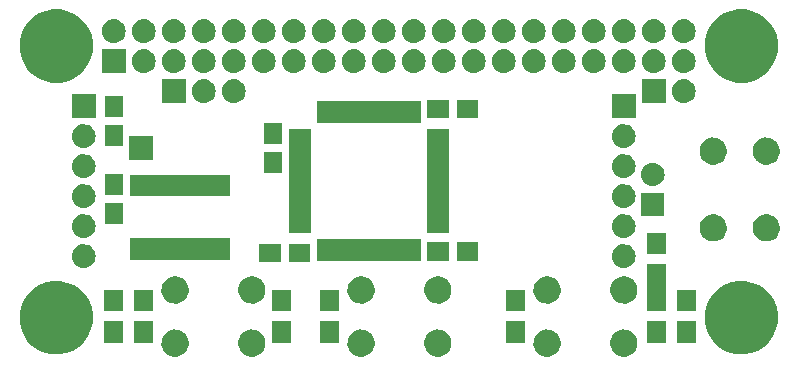
<source format=gts>
G04 #@! TF.FileFunction,Soldermask,Top*
%FSLAX46Y46*%
G04 Gerber Fmt 4.6, Leading zero omitted, Abs format (unit mm)*
G04 Created by KiCad (PCBNEW 4.0.7-e2-6376~58~ubuntu16.04.1) date Tue Jul 31 11:14:15 2018*
%MOMM*%
%LPD*%
G01*
G04 APERTURE LIST*
%ADD10C,0.100000*%
G04 APERTURE END LIST*
D10*
G36*
X41924789Y-51997717D02*
X42145713Y-52043066D01*
X42353617Y-52130461D01*
X42540590Y-52256576D01*
X42699506Y-52416605D01*
X42824311Y-52604451D01*
X42910253Y-52812961D01*
X42953784Y-53032814D01*
X42953783Y-53032856D01*
X42954049Y-53034197D01*
X42950452Y-53291791D01*
X42950150Y-53293122D01*
X42950149Y-53293166D01*
X42900495Y-53511717D01*
X42808766Y-53717743D01*
X42678761Y-53902037D01*
X42515443Y-54057563D01*
X42325022Y-54178407D01*
X42114757Y-54259964D01*
X41892652Y-54299127D01*
X41667179Y-54294404D01*
X41446909Y-54245975D01*
X41240242Y-54155685D01*
X41055051Y-54026973D01*
X40898384Y-53864740D01*
X40776214Y-53675169D01*
X40693192Y-53465479D01*
X40652481Y-53243660D01*
X40655629Y-53018149D01*
X40702519Y-52797549D01*
X40791364Y-52590258D01*
X40918778Y-52404174D01*
X41079915Y-52246377D01*
X41268629Y-52122886D01*
X41477737Y-52038402D01*
X41699266Y-51996143D01*
X41924789Y-51997717D01*
X41924789Y-51997717D01*
G37*
G36*
X32676789Y-51997717D02*
X32897713Y-52043066D01*
X33105617Y-52130461D01*
X33292590Y-52256576D01*
X33451506Y-52416605D01*
X33576311Y-52604451D01*
X33662253Y-52812961D01*
X33705784Y-53032814D01*
X33705783Y-53032856D01*
X33706049Y-53034197D01*
X33702452Y-53291791D01*
X33702150Y-53293122D01*
X33702149Y-53293166D01*
X33652495Y-53511717D01*
X33560766Y-53717743D01*
X33430761Y-53902037D01*
X33267443Y-54057563D01*
X33077022Y-54178407D01*
X32866757Y-54259964D01*
X32644652Y-54299127D01*
X32419179Y-54294404D01*
X32198909Y-54245975D01*
X31992242Y-54155685D01*
X31807051Y-54026973D01*
X31650384Y-53864740D01*
X31528214Y-53675169D01*
X31445192Y-53465479D01*
X31404481Y-53243660D01*
X31407629Y-53018149D01*
X31454519Y-52797549D01*
X31543364Y-52590258D01*
X31670778Y-52404174D01*
X31831915Y-52246377D01*
X32020629Y-52122886D01*
X32229737Y-52038402D01*
X32451266Y-51996143D01*
X32676789Y-51997717D01*
X32676789Y-51997717D01*
G37*
G36*
X26176789Y-51997717D02*
X26397713Y-52043066D01*
X26605617Y-52130461D01*
X26792590Y-52256576D01*
X26951506Y-52416605D01*
X27076311Y-52604451D01*
X27162253Y-52812961D01*
X27205784Y-53032814D01*
X27205783Y-53032856D01*
X27206049Y-53034197D01*
X27202452Y-53291791D01*
X27202150Y-53293122D01*
X27202149Y-53293166D01*
X27152495Y-53511717D01*
X27060766Y-53717743D01*
X26930761Y-53902037D01*
X26767443Y-54057563D01*
X26577022Y-54178407D01*
X26366757Y-54259964D01*
X26144652Y-54299127D01*
X25919179Y-54294404D01*
X25698909Y-54245975D01*
X25492242Y-54155685D01*
X25307051Y-54026973D01*
X25150384Y-53864740D01*
X25028214Y-53675169D01*
X24945192Y-53465479D01*
X24904481Y-53243660D01*
X24907629Y-53018149D01*
X24954519Y-52797549D01*
X25043364Y-52590258D01*
X25170778Y-52404174D01*
X25331915Y-52246377D01*
X25520629Y-52122886D01*
X25729737Y-52038402D01*
X25951266Y-51996143D01*
X26176789Y-51997717D01*
X26176789Y-51997717D01*
G37*
G36*
X64172789Y-51997717D02*
X64393713Y-52043066D01*
X64601617Y-52130461D01*
X64788590Y-52256576D01*
X64947506Y-52416605D01*
X65072311Y-52604451D01*
X65158253Y-52812961D01*
X65201784Y-53032814D01*
X65201783Y-53032856D01*
X65202049Y-53034197D01*
X65198452Y-53291791D01*
X65198150Y-53293122D01*
X65198149Y-53293166D01*
X65148495Y-53511717D01*
X65056766Y-53717743D01*
X64926761Y-53902037D01*
X64763443Y-54057563D01*
X64573022Y-54178407D01*
X64362757Y-54259964D01*
X64140652Y-54299127D01*
X63915179Y-54294404D01*
X63694909Y-54245975D01*
X63488242Y-54155685D01*
X63303051Y-54026973D01*
X63146384Y-53864740D01*
X63024214Y-53675169D01*
X62941192Y-53465479D01*
X62900481Y-53243660D01*
X62903629Y-53018149D01*
X62950519Y-52797549D01*
X63039364Y-52590258D01*
X63166778Y-52404174D01*
X63327915Y-52246377D01*
X63516629Y-52122886D01*
X63725737Y-52038402D01*
X63947266Y-51996143D01*
X64172789Y-51997717D01*
X64172789Y-51997717D01*
G37*
G36*
X48424789Y-51997717D02*
X48645713Y-52043066D01*
X48853617Y-52130461D01*
X49040590Y-52256576D01*
X49199506Y-52416605D01*
X49324311Y-52604451D01*
X49410253Y-52812961D01*
X49453784Y-53032814D01*
X49453783Y-53032856D01*
X49454049Y-53034197D01*
X49450452Y-53291791D01*
X49450150Y-53293122D01*
X49450149Y-53293166D01*
X49400495Y-53511717D01*
X49308766Y-53717743D01*
X49178761Y-53902037D01*
X49015443Y-54057563D01*
X48825022Y-54178407D01*
X48614757Y-54259964D01*
X48392652Y-54299127D01*
X48167179Y-54294404D01*
X47946909Y-54245975D01*
X47740242Y-54155685D01*
X47555051Y-54026973D01*
X47398384Y-53864740D01*
X47276214Y-53675169D01*
X47193192Y-53465479D01*
X47152481Y-53243660D01*
X47155629Y-53018149D01*
X47202519Y-52797549D01*
X47291364Y-52590258D01*
X47418778Y-52404174D01*
X47579915Y-52246377D01*
X47768629Y-52122886D01*
X47977737Y-52038402D01*
X48199266Y-51996143D01*
X48424789Y-51997717D01*
X48424789Y-51997717D01*
G37*
G36*
X57672789Y-51997717D02*
X57893713Y-52043066D01*
X58101617Y-52130461D01*
X58288590Y-52256576D01*
X58447506Y-52416605D01*
X58572311Y-52604451D01*
X58658253Y-52812961D01*
X58701784Y-53032814D01*
X58701783Y-53032856D01*
X58702049Y-53034197D01*
X58698452Y-53291791D01*
X58698150Y-53293122D01*
X58698149Y-53293166D01*
X58648495Y-53511717D01*
X58556766Y-53717743D01*
X58426761Y-53902037D01*
X58263443Y-54057563D01*
X58073022Y-54178407D01*
X57862757Y-54259964D01*
X57640652Y-54299127D01*
X57415179Y-54294404D01*
X57194909Y-54245975D01*
X56988242Y-54155685D01*
X56803051Y-54026973D01*
X56646384Y-53864740D01*
X56524214Y-53675169D01*
X56441192Y-53465479D01*
X56400481Y-53243660D01*
X56403629Y-53018149D01*
X56450519Y-52797549D01*
X56539364Y-52590258D01*
X56666778Y-52404174D01*
X56827915Y-52246377D01*
X57016629Y-52122886D01*
X57225737Y-52038402D01*
X57447266Y-51996143D01*
X57672789Y-51997717D01*
X57672789Y-51997717D01*
G37*
G36*
X74325606Y-47902056D02*
X74921131Y-48024300D01*
X75481575Y-48259889D01*
X75985580Y-48599845D01*
X76413959Y-49031225D01*
X76750389Y-49537592D01*
X76982058Y-50099662D01*
X77099867Y-50694642D01*
X77099866Y-50694683D01*
X77100133Y-50696029D01*
X77090437Y-51390413D01*
X77090133Y-51391753D01*
X77090132Y-51391791D01*
X76955757Y-51983249D01*
X76708482Y-52538635D01*
X76358046Y-53035410D01*
X75917792Y-53454659D01*
X75404487Y-53780411D01*
X74837688Y-54000258D01*
X74238977Y-54105827D01*
X73631169Y-54093096D01*
X73037414Y-53962550D01*
X72480312Y-53719159D01*
X71981102Y-53372198D01*
X71558785Y-52934877D01*
X71229462Y-52423866D01*
X71005662Y-51858612D01*
X70895918Y-51260661D01*
X70904405Y-50652773D01*
X71030804Y-50058114D01*
X71270298Y-49499333D01*
X71613764Y-48997713D01*
X72048125Y-48572356D01*
X72556831Y-48239468D01*
X73120507Y-48011729D01*
X73717677Y-47897812D01*
X74325606Y-47902056D01*
X74325606Y-47902056D01*
G37*
G36*
X16325606Y-47902056D02*
X16921131Y-48024300D01*
X17481575Y-48259889D01*
X17985580Y-48599845D01*
X18413959Y-49031225D01*
X18750389Y-49537592D01*
X18982058Y-50099662D01*
X19099867Y-50694642D01*
X19099866Y-50694683D01*
X19100133Y-50696029D01*
X19090437Y-51390413D01*
X19090133Y-51391753D01*
X19090132Y-51391791D01*
X18955757Y-51983249D01*
X18708482Y-52538635D01*
X18358046Y-53035410D01*
X17917792Y-53454659D01*
X17404487Y-53780411D01*
X16837688Y-54000258D01*
X16238977Y-54105827D01*
X15631169Y-54093096D01*
X15037414Y-53962550D01*
X14480312Y-53719159D01*
X13981102Y-53372198D01*
X13558785Y-52934877D01*
X13229462Y-52423866D01*
X13005662Y-51858612D01*
X12895918Y-51260661D01*
X12904405Y-50652773D01*
X13030804Y-50058114D01*
X13270298Y-49499333D01*
X13613764Y-48997713D01*
X14048125Y-48572356D01*
X14556831Y-48239468D01*
X15120507Y-48011729D01*
X15717677Y-47897812D01*
X16325606Y-47902056D01*
X16325606Y-47902056D01*
G37*
G36*
X55708000Y-53110960D02*
X54108000Y-53110960D01*
X54108000Y-51310960D01*
X55708000Y-51310960D01*
X55708000Y-53110960D01*
X55708000Y-53110960D01*
G37*
G36*
X70186000Y-53110960D02*
X68586000Y-53110960D01*
X68586000Y-51310960D01*
X70186000Y-51310960D01*
X70186000Y-53110960D01*
X70186000Y-53110960D01*
G37*
G36*
X21672000Y-53110960D02*
X20072000Y-53110960D01*
X20072000Y-51310960D01*
X21672000Y-51310960D01*
X21672000Y-53110960D01*
X21672000Y-53110960D01*
G37*
G36*
X67646000Y-53110960D02*
X66046000Y-53110960D01*
X66046000Y-51310960D01*
X67646000Y-51310960D01*
X67646000Y-53110960D01*
X67646000Y-53110960D01*
G37*
G36*
X39960000Y-53110960D02*
X38360000Y-53110960D01*
X38360000Y-51310960D01*
X39960000Y-51310960D01*
X39960000Y-53110960D01*
X39960000Y-53110960D01*
G37*
G36*
X24212000Y-53110960D02*
X22612000Y-53110960D01*
X22612000Y-51310960D01*
X24212000Y-51310960D01*
X24212000Y-53110960D01*
X24212000Y-53110960D01*
G37*
G36*
X35896000Y-53110960D02*
X34296000Y-53110960D01*
X34296000Y-51310960D01*
X35896000Y-51310960D01*
X35896000Y-53110960D01*
X35896000Y-53110960D01*
G37*
G36*
X70186000Y-50410960D02*
X68586000Y-50410960D01*
X68586000Y-48610960D01*
X70186000Y-48610960D01*
X70186000Y-50410960D01*
X70186000Y-50410960D01*
G37*
G36*
X35896000Y-50410960D02*
X34296000Y-50410960D01*
X34296000Y-48610960D01*
X35896000Y-48610960D01*
X35896000Y-50410960D01*
X35896000Y-50410960D01*
G37*
G36*
X39960000Y-50410960D02*
X38360000Y-50410960D01*
X38360000Y-48610960D01*
X39960000Y-48610960D01*
X39960000Y-50410960D01*
X39960000Y-50410960D01*
G37*
G36*
X21672000Y-50410960D02*
X20072000Y-50410960D01*
X20072000Y-48610960D01*
X21672000Y-48610960D01*
X21672000Y-50410960D01*
X21672000Y-50410960D01*
G37*
G36*
X67646000Y-50410960D02*
X66046000Y-50410960D01*
X66046000Y-46484960D01*
X67646000Y-46484960D01*
X67646000Y-50410960D01*
X67646000Y-50410960D01*
G37*
G36*
X55708000Y-50410960D02*
X54108000Y-50410960D01*
X54108000Y-48610960D01*
X55708000Y-48610960D01*
X55708000Y-50410960D01*
X55708000Y-50410960D01*
G37*
G36*
X24212000Y-50410960D02*
X22612000Y-50410960D01*
X22612000Y-48610960D01*
X24212000Y-48610960D01*
X24212000Y-50410960D01*
X24212000Y-50410960D01*
G37*
G36*
X64172789Y-47497717D02*
X64393713Y-47543066D01*
X64601617Y-47630461D01*
X64788590Y-47756576D01*
X64947506Y-47916605D01*
X65072311Y-48104451D01*
X65158253Y-48312961D01*
X65201784Y-48532814D01*
X65201783Y-48532856D01*
X65202049Y-48534197D01*
X65198452Y-48791791D01*
X65198150Y-48793122D01*
X65198149Y-48793166D01*
X65148495Y-49011717D01*
X65056766Y-49217743D01*
X64926761Y-49402037D01*
X64763443Y-49557563D01*
X64573022Y-49678407D01*
X64362757Y-49759964D01*
X64140652Y-49799127D01*
X63915179Y-49794404D01*
X63694909Y-49745975D01*
X63488242Y-49655685D01*
X63303051Y-49526973D01*
X63146384Y-49364740D01*
X63024214Y-49175169D01*
X62941192Y-48965479D01*
X62900481Y-48743660D01*
X62903629Y-48518149D01*
X62950519Y-48297549D01*
X63039364Y-48090258D01*
X63166778Y-47904174D01*
X63327915Y-47746377D01*
X63516629Y-47622886D01*
X63725737Y-47538402D01*
X63947266Y-47496143D01*
X64172789Y-47497717D01*
X64172789Y-47497717D01*
G37*
G36*
X26176789Y-47497717D02*
X26397713Y-47543066D01*
X26605617Y-47630461D01*
X26792590Y-47756576D01*
X26951506Y-47916605D01*
X27076311Y-48104451D01*
X27162253Y-48312961D01*
X27205784Y-48532814D01*
X27205783Y-48532856D01*
X27206049Y-48534197D01*
X27202452Y-48791791D01*
X27202150Y-48793122D01*
X27202149Y-48793166D01*
X27152495Y-49011717D01*
X27060766Y-49217743D01*
X26930761Y-49402037D01*
X26767443Y-49557563D01*
X26577022Y-49678407D01*
X26366757Y-49759964D01*
X26144652Y-49799127D01*
X25919179Y-49794404D01*
X25698909Y-49745975D01*
X25492242Y-49655685D01*
X25307051Y-49526973D01*
X25150384Y-49364740D01*
X25028214Y-49175169D01*
X24945192Y-48965479D01*
X24904481Y-48743660D01*
X24907629Y-48518149D01*
X24954519Y-48297549D01*
X25043364Y-48090258D01*
X25170778Y-47904174D01*
X25331915Y-47746377D01*
X25520629Y-47622886D01*
X25729737Y-47538402D01*
X25951266Y-47496143D01*
X26176789Y-47497717D01*
X26176789Y-47497717D01*
G37*
G36*
X32676789Y-47497717D02*
X32897713Y-47543066D01*
X33105617Y-47630461D01*
X33292590Y-47756576D01*
X33451506Y-47916605D01*
X33576311Y-48104451D01*
X33662253Y-48312961D01*
X33705784Y-48532814D01*
X33705783Y-48532856D01*
X33706049Y-48534197D01*
X33702452Y-48791791D01*
X33702150Y-48793122D01*
X33702149Y-48793166D01*
X33652495Y-49011717D01*
X33560766Y-49217743D01*
X33430761Y-49402037D01*
X33267443Y-49557563D01*
X33077022Y-49678407D01*
X32866757Y-49759964D01*
X32644652Y-49799127D01*
X32419179Y-49794404D01*
X32198909Y-49745975D01*
X31992242Y-49655685D01*
X31807051Y-49526973D01*
X31650384Y-49364740D01*
X31528214Y-49175169D01*
X31445192Y-48965479D01*
X31404481Y-48743660D01*
X31407629Y-48518149D01*
X31454519Y-48297549D01*
X31543364Y-48090258D01*
X31670778Y-47904174D01*
X31831915Y-47746377D01*
X32020629Y-47622886D01*
X32229737Y-47538402D01*
X32451266Y-47496143D01*
X32676789Y-47497717D01*
X32676789Y-47497717D01*
G37*
G36*
X41924789Y-47497717D02*
X42145713Y-47543066D01*
X42353617Y-47630461D01*
X42540590Y-47756576D01*
X42699506Y-47916605D01*
X42824311Y-48104451D01*
X42910253Y-48312961D01*
X42953784Y-48532814D01*
X42953783Y-48532856D01*
X42954049Y-48534197D01*
X42950452Y-48791791D01*
X42950150Y-48793122D01*
X42950149Y-48793166D01*
X42900495Y-49011717D01*
X42808766Y-49217743D01*
X42678761Y-49402037D01*
X42515443Y-49557563D01*
X42325022Y-49678407D01*
X42114757Y-49759964D01*
X41892652Y-49799127D01*
X41667179Y-49794404D01*
X41446909Y-49745975D01*
X41240242Y-49655685D01*
X41055051Y-49526973D01*
X40898384Y-49364740D01*
X40776214Y-49175169D01*
X40693192Y-48965479D01*
X40652481Y-48743660D01*
X40655629Y-48518149D01*
X40702519Y-48297549D01*
X40791364Y-48090258D01*
X40918778Y-47904174D01*
X41079915Y-47746377D01*
X41268629Y-47622886D01*
X41477737Y-47538402D01*
X41699266Y-47496143D01*
X41924789Y-47497717D01*
X41924789Y-47497717D01*
G37*
G36*
X48424789Y-47497717D02*
X48645713Y-47543066D01*
X48853617Y-47630461D01*
X49040590Y-47756576D01*
X49199506Y-47916605D01*
X49324311Y-48104451D01*
X49410253Y-48312961D01*
X49453784Y-48532814D01*
X49453783Y-48532856D01*
X49454049Y-48534197D01*
X49450452Y-48791791D01*
X49450150Y-48793122D01*
X49450149Y-48793166D01*
X49400495Y-49011717D01*
X49308766Y-49217743D01*
X49178761Y-49402037D01*
X49015443Y-49557563D01*
X48825022Y-49678407D01*
X48614757Y-49759964D01*
X48392652Y-49799127D01*
X48167179Y-49794404D01*
X47946909Y-49745975D01*
X47740242Y-49655685D01*
X47555051Y-49526973D01*
X47398384Y-49364740D01*
X47276214Y-49175169D01*
X47193192Y-48965479D01*
X47152481Y-48743660D01*
X47155629Y-48518149D01*
X47202519Y-48297549D01*
X47291364Y-48090258D01*
X47418778Y-47904174D01*
X47579915Y-47746377D01*
X47768629Y-47622886D01*
X47977737Y-47538402D01*
X48199266Y-47496143D01*
X48424789Y-47497717D01*
X48424789Y-47497717D01*
G37*
G36*
X57672789Y-47497717D02*
X57893713Y-47543066D01*
X58101617Y-47630461D01*
X58288590Y-47756576D01*
X58447506Y-47916605D01*
X58572311Y-48104451D01*
X58658253Y-48312961D01*
X58701784Y-48532814D01*
X58701783Y-48532856D01*
X58702049Y-48534197D01*
X58698452Y-48791791D01*
X58698150Y-48793122D01*
X58698149Y-48793166D01*
X58648495Y-49011717D01*
X58556766Y-49217743D01*
X58426761Y-49402037D01*
X58263443Y-49557563D01*
X58073022Y-49678407D01*
X57862757Y-49759964D01*
X57640652Y-49799127D01*
X57415179Y-49794404D01*
X57194909Y-49745975D01*
X56988242Y-49655685D01*
X56803051Y-49526973D01*
X56646384Y-49364740D01*
X56524214Y-49175169D01*
X56441192Y-48965479D01*
X56400481Y-48743660D01*
X56403629Y-48518149D01*
X56450519Y-48297549D01*
X56539364Y-48090258D01*
X56666778Y-47904174D01*
X56827915Y-47746377D01*
X57016629Y-47622886D01*
X57225737Y-47538402D01*
X57447266Y-47496143D01*
X57672789Y-47497717D01*
X57672789Y-47497717D01*
G37*
G36*
X18342678Y-44780999D02*
X18342693Y-44781001D01*
X18350801Y-44781057D01*
X18544751Y-44802812D01*
X18730781Y-44861825D01*
X18901806Y-44955847D01*
X19051312Y-45081297D01*
X19173603Y-45233397D01*
X19264023Y-45406353D01*
X19319126Y-45593579D01*
X19319138Y-45593715D01*
X19319151Y-45593758D01*
X19336823Y-45787937D01*
X19316442Y-45981843D01*
X19316431Y-45981880D01*
X19316414Y-45982038D01*
X19258702Y-46168476D01*
X19165877Y-46340153D01*
X19041473Y-46490531D01*
X18890231Y-46613881D01*
X18717909Y-46705506D01*
X18531073Y-46761915D01*
X18336839Y-46780960D01*
X18326875Y-46780960D01*
X18321322Y-46780921D01*
X18321307Y-46780919D01*
X18313199Y-46780863D01*
X18119249Y-46759108D01*
X17933219Y-46700095D01*
X17762194Y-46606073D01*
X17612688Y-46480623D01*
X17490397Y-46328523D01*
X17399977Y-46155567D01*
X17344874Y-45968341D01*
X17344862Y-45968205D01*
X17344849Y-45968162D01*
X17327177Y-45773983D01*
X17347558Y-45580077D01*
X17347569Y-45580040D01*
X17347586Y-45579882D01*
X17405298Y-45393444D01*
X17498123Y-45221767D01*
X17622527Y-45071389D01*
X17773769Y-44948039D01*
X17946091Y-44856414D01*
X18132927Y-44800005D01*
X18327161Y-44780960D01*
X18337125Y-44780960D01*
X18342678Y-44780999D01*
X18342678Y-44780999D01*
G37*
G36*
X64062678Y-44780999D02*
X64062693Y-44781001D01*
X64070801Y-44781057D01*
X64264751Y-44802812D01*
X64450781Y-44861825D01*
X64621806Y-44955847D01*
X64771312Y-45081297D01*
X64893603Y-45233397D01*
X64984023Y-45406353D01*
X65039126Y-45593579D01*
X65039138Y-45593715D01*
X65039151Y-45593758D01*
X65056823Y-45787937D01*
X65036442Y-45981843D01*
X65036431Y-45981880D01*
X65036414Y-45982038D01*
X64978702Y-46168476D01*
X64885877Y-46340153D01*
X64761473Y-46490531D01*
X64610231Y-46613881D01*
X64437909Y-46705506D01*
X64251073Y-46761915D01*
X64056839Y-46780960D01*
X64046875Y-46780960D01*
X64041322Y-46780921D01*
X64041307Y-46780919D01*
X64033199Y-46780863D01*
X63839249Y-46759108D01*
X63653219Y-46700095D01*
X63482194Y-46606073D01*
X63332688Y-46480623D01*
X63210397Y-46328523D01*
X63119977Y-46155567D01*
X63064874Y-45968341D01*
X63064862Y-45968205D01*
X63064849Y-45968162D01*
X63047177Y-45773983D01*
X63067558Y-45580077D01*
X63067569Y-45580040D01*
X63067586Y-45579882D01*
X63125298Y-45393444D01*
X63218123Y-45221767D01*
X63342527Y-45071389D01*
X63493769Y-44948039D01*
X63666091Y-44856414D01*
X63852927Y-44800005D01*
X64047161Y-44780960D01*
X64057125Y-44780960D01*
X64062678Y-44780999D01*
X64062678Y-44780999D01*
G37*
G36*
X35000000Y-46301960D02*
X33200000Y-46301960D01*
X33200000Y-44751960D01*
X35000000Y-44751960D01*
X35000000Y-46301960D01*
X35000000Y-46301960D01*
G37*
G36*
X37500000Y-46301960D02*
X35700000Y-46301960D01*
X35700000Y-44751960D01*
X37500000Y-44751960D01*
X37500000Y-46301960D01*
X37500000Y-46301960D01*
G37*
G36*
X46892000Y-46230960D02*
X38032000Y-46230960D01*
X38032000Y-44330960D01*
X46892000Y-44330960D01*
X46892000Y-46230960D01*
X46892000Y-46230960D01*
G37*
G36*
X51724000Y-46174960D02*
X49924000Y-46174960D01*
X49924000Y-44624960D01*
X51724000Y-44624960D01*
X51724000Y-46174960D01*
X51724000Y-46174960D01*
G37*
G36*
X49224000Y-46174960D02*
X47424000Y-46174960D01*
X47424000Y-44624960D01*
X49224000Y-44624960D01*
X49224000Y-46174960D01*
X49224000Y-46174960D01*
G37*
G36*
X30720000Y-46078960D02*
X22200000Y-46078960D01*
X22200000Y-44278960D01*
X30720000Y-44278960D01*
X30720000Y-46078960D01*
X30720000Y-46078960D01*
G37*
G36*
X67646000Y-45584960D02*
X66046000Y-45584960D01*
X66046000Y-43784960D01*
X67646000Y-43784960D01*
X67646000Y-45584960D01*
X67646000Y-45584960D01*
G37*
G36*
X76237789Y-42241717D02*
X76458713Y-42287066D01*
X76666617Y-42374461D01*
X76853590Y-42500576D01*
X77012506Y-42660605D01*
X77137311Y-42848451D01*
X77223253Y-43056961D01*
X77266784Y-43276814D01*
X77266783Y-43276856D01*
X77267049Y-43278197D01*
X77263452Y-43535791D01*
X77263150Y-43537122D01*
X77263149Y-43537166D01*
X77213495Y-43755717D01*
X77121766Y-43961743D01*
X76991761Y-44146037D01*
X76828443Y-44301563D01*
X76638022Y-44422407D01*
X76427757Y-44503964D01*
X76205652Y-44543127D01*
X75980179Y-44538404D01*
X75759909Y-44489975D01*
X75553242Y-44399685D01*
X75368051Y-44270973D01*
X75211384Y-44108740D01*
X75089214Y-43919169D01*
X75006192Y-43709479D01*
X74965481Y-43487660D01*
X74968629Y-43262149D01*
X75015519Y-43041549D01*
X75104364Y-42834258D01*
X75231778Y-42648174D01*
X75392915Y-42490377D01*
X75581629Y-42366886D01*
X75790737Y-42282402D01*
X76012266Y-42240143D01*
X76237789Y-42241717D01*
X76237789Y-42241717D01*
G37*
G36*
X71737789Y-42241717D02*
X71958713Y-42287066D01*
X72166617Y-42374461D01*
X72353590Y-42500576D01*
X72512506Y-42660605D01*
X72637311Y-42848451D01*
X72723253Y-43056961D01*
X72766784Y-43276814D01*
X72766783Y-43276856D01*
X72767049Y-43278197D01*
X72763452Y-43535791D01*
X72763150Y-43537122D01*
X72763149Y-43537166D01*
X72713495Y-43755717D01*
X72621766Y-43961743D01*
X72491761Y-44146037D01*
X72328443Y-44301563D01*
X72138022Y-44422407D01*
X71927757Y-44503964D01*
X71705652Y-44543127D01*
X71480179Y-44538404D01*
X71259909Y-44489975D01*
X71053242Y-44399685D01*
X70868051Y-44270973D01*
X70711384Y-44108740D01*
X70589214Y-43919169D01*
X70506192Y-43709479D01*
X70465481Y-43487660D01*
X70468629Y-43262149D01*
X70515519Y-43041549D01*
X70604364Y-42834258D01*
X70731778Y-42648174D01*
X70892915Y-42490377D01*
X71081629Y-42366886D01*
X71290737Y-42282402D01*
X71512266Y-42240143D01*
X71737789Y-42241717D01*
X71737789Y-42241717D01*
G37*
G36*
X18342678Y-42240999D02*
X18342693Y-42241001D01*
X18350801Y-42241057D01*
X18544751Y-42262812D01*
X18730781Y-42321825D01*
X18901806Y-42415847D01*
X19051312Y-42541297D01*
X19173603Y-42693397D01*
X19264023Y-42866353D01*
X19319126Y-43053579D01*
X19319138Y-43053715D01*
X19319151Y-43053758D01*
X19336823Y-43247937D01*
X19316442Y-43441843D01*
X19316431Y-43441880D01*
X19316414Y-43442038D01*
X19258702Y-43628476D01*
X19165877Y-43800153D01*
X19041473Y-43950531D01*
X18890231Y-44073881D01*
X18717909Y-44165506D01*
X18531073Y-44221915D01*
X18336839Y-44240960D01*
X18326875Y-44240960D01*
X18321322Y-44240921D01*
X18321307Y-44240919D01*
X18313199Y-44240863D01*
X18119249Y-44219108D01*
X17933219Y-44160095D01*
X17762194Y-44066073D01*
X17612688Y-43940623D01*
X17490397Y-43788523D01*
X17399977Y-43615567D01*
X17344874Y-43428341D01*
X17344862Y-43428205D01*
X17344849Y-43428162D01*
X17327177Y-43233983D01*
X17347558Y-43040077D01*
X17347569Y-43040040D01*
X17347586Y-43039882D01*
X17405298Y-42853444D01*
X17498123Y-42681767D01*
X17622527Y-42531389D01*
X17773769Y-42408039D01*
X17946091Y-42316414D01*
X18132927Y-42260005D01*
X18327161Y-42240960D01*
X18337125Y-42240960D01*
X18342678Y-42240999D01*
X18342678Y-42240999D01*
G37*
G36*
X64062678Y-42240999D02*
X64062693Y-42241001D01*
X64070801Y-42241057D01*
X64264751Y-42262812D01*
X64450781Y-42321825D01*
X64621806Y-42415847D01*
X64771312Y-42541297D01*
X64893603Y-42693397D01*
X64984023Y-42866353D01*
X65039126Y-43053579D01*
X65039138Y-43053715D01*
X65039151Y-43053758D01*
X65056823Y-43247937D01*
X65036442Y-43441843D01*
X65036431Y-43441880D01*
X65036414Y-43442038D01*
X64978702Y-43628476D01*
X64885877Y-43800153D01*
X64761473Y-43950531D01*
X64610231Y-44073881D01*
X64437909Y-44165506D01*
X64251073Y-44221915D01*
X64056839Y-44240960D01*
X64046875Y-44240960D01*
X64041322Y-44240921D01*
X64041307Y-44240919D01*
X64033199Y-44240863D01*
X63839249Y-44219108D01*
X63653219Y-44160095D01*
X63482194Y-44066073D01*
X63332688Y-43940623D01*
X63210397Y-43788523D01*
X63119977Y-43615567D01*
X63064874Y-43428341D01*
X63064862Y-43428205D01*
X63064849Y-43428162D01*
X63047177Y-43233983D01*
X63067558Y-43040077D01*
X63067569Y-43040040D01*
X63067586Y-43039882D01*
X63125298Y-42853444D01*
X63218123Y-42681767D01*
X63342527Y-42531389D01*
X63493769Y-42408039D01*
X63666091Y-42316414D01*
X63852927Y-42260005D01*
X64047161Y-42240960D01*
X64057125Y-42240960D01*
X64062678Y-42240999D01*
X64062678Y-42240999D01*
G37*
G36*
X37562000Y-43860960D02*
X35662000Y-43860960D01*
X35662000Y-35000960D01*
X37562000Y-35000960D01*
X37562000Y-43860960D01*
X37562000Y-43860960D01*
G37*
G36*
X49262000Y-43860960D02*
X47362000Y-43860960D01*
X47362000Y-35000960D01*
X49262000Y-35000960D01*
X49262000Y-43860960D01*
X49262000Y-43860960D01*
G37*
G36*
X21647000Y-43104960D02*
X20097000Y-43104960D01*
X20097000Y-41304960D01*
X21647000Y-41304960D01*
X21647000Y-43104960D01*
X21647000Y-43104960D01*
G37*
G36*
X67490400Y-42412160D02*
X65490400Y-42412160D01*
X65490400Y-40412160D01*
X67490400Y-40412160D01*
X67490400Y-42412160D01*
X67490400Y-42412160D01*
G37*
G36*
X18342678Y-39700999D02*
X18342693Y-39701001D01*
X18350801Y-39701057D01*
X18544751Y-39722812D01*
X18730781Y-39781825D01*
X18901806Y-39875847D01*
X19051312Y-40001297D01*
X19173603Y-40153397D01*
X19264023Y-40326353D01*
X19319126Y-40513579D01*
X19319138Y-40513715D01*
X19319151Y-40513758D01*
X19336823Y-40707937D01*
X19316442Y-40901843D01*
X19316431Y-40901880D01*
X19316414Y-40902038D01*
X19258702Y-41088476D01*
X19165877Y-41260153D01*
X19041473Y-41410531D01*
X18890231Y-41533881D01*
X18717909Y-41625506D01*
X18531073Y-41681915D01*
X18336839Y-41700960D01*
X18326875Y-41700960D01*
X18321322Y-41700921D01*
X18321307Y-41700919D01*
X18313199Y-41700863D01*
X18119249Y-41679108D01*
X17933219Y-41620095D01*
X17762194Y-41526073D01*
X17612688Y-41400623D01*
X17490397Y-41248523D01*
X17399977Y-41075567D01*
X17344874Y-40888341D01*
X17344862Y-40888205D01*
X17344849Y-40888162D01*
X17327177Y-40693983D01*
X17347558Y-40500077D01*
X17347569Y-40500040D01*
X17347586Y-40499882D01*
X17405298Y-40313444D01*
X17498123Y-40141767D01*
X17622527Y-39991389D01*
X17773769Y-39868039D01*
X17946091Y-39776414D01*
X18132927Y-39720005D01*
X18327161Y-39700960D01*
X18337125Y-39700960D01*
X18342678Y-39700999D01*
X18342678Y-39700999D01*
G37*
G36*
X64062678Y-39700999D02*
X64062693Y-39701001D01*
X64070801Y-39701057D01*
X64264751Y-39722812D01*
X64450781Y-39781825D01*
X64621806Y-39875847D01*
X64771312Y-40001297D01*
X64893603Y-40153397D01*
X64984023Y-40326353D01*
X65039126Y-40513579D01*
X65039138Y-40513715D01*
X65039151Y-40513758D01*
X65056823Y-40707937D01*
X65036442Y-40901843D01*
X65036431Y-40901880D01*
X65036414Y-40902038D01*
X64978702Y-41088476D01*
X64885877Y-41260153D01*
X64761473Y-41410531D01*
X64610231Y-41533881D01*
X64437909Y-41625506D01*
X64251073Y-41681915D01*
X64056839Y-41700960D01*
X64046875Y-41700960D01*
X64041322Y-41700921D01*
X64041307Y-41700919D01*
X64033199Y-41700863D01*
X63839249Y-41679108D01*
X63653219Y-41620095D01*
X63482194Y-41526073D01*
X63332688Y-41400623D01*
X63210397Y-41248523D01*
X63119977Y-41075567D01*
X63064874Y-40888341D01*
X63064862Y-40888205D01*
X63064849Y-40888162D01*
X63047177Y-40693983D01*
X63067558Y-40500077D01*
X63067569Y-40500040D01*
X63067586Y-40499882D01*
X63125298Y-40313444D01*
X63218123Y-40141767D01*
X63342527Y-39991389D01*
X63493769Y-39868039D01*
X63666091Y-39776414D01*
X63852927Y-39720005D01*
X64047161Y-39700960D01*
X64057125Y-39700960D01*
X64062678Y-39700999D01*
X64062678Y-39700999D01*
G37*
G36*
X30720000Y-40678960D02*
X22200000Y-40678960D01*
X22200000Y-38878960D01*
X30720000Y-38878960D01*
X30720000Y-40678960D01*
X30720000Y-40678960D01*
G37*
G36*
X21647000Y-40604960D02*
X20097000Y-40604960D01*
X20097000Y-38804960D01*
X21647000Y-38804960D01*
X21647000Y-40604960D01*
X21647000Y-40604960D01*
G37*
G36*
X66501078Y-37872199D02*
X66501093Y-37872201D01*
X66509201Y-37872257D01*
X66703151Y-37894012D01*
X66889181Y-37953025D01*
X67060206Y-38047047D01*
X67209712Y-38172497D01*
X67332003Y-38324597D01*
X67422423Y-38497553D01*
X67477526Y-38684779D01*
X67477538Y-38684915D01*
X67477551Y-38684958D01*
X67495223Y-38879137D01*
X67474842Y-39073043D01*
X67474831Y-39073080D01*
X67474814Y-39073238D01*
X67417102Y-39259676D01*
X67324277Y-39431353D01*
X67199873Y-39581731D01*
X67048631Y-39705081D01*
X66876309Y-39796706D01*
X66689473Y-39853115D01*
X66495239Y-39872160D01*
X66485275Y-39872160D01*
X66479722Y-39872121D01*
X66479707Y-39872119D01*
X66471599Y-39872063D01*
X66277649Y-39850308D01*
X66091619Y-39791295D01*
X65920594Y-39697273D01*
X65771088Y-39571823D01*
X65648797Y-39419723D01*
X65558377Y-39246767D01*
X65503274Y-39059541D01*
X65503262Y-39059405D01*
X65503249Y-39059362D01*
X65485577Y-38865183D01*
X65505958Y-38671277D01*
X65505969Y-38671240D01*
X65505986Y-38671082D01*
X65563698Y-38484644D01*
X65656523Y-38312967D01*
X65780927Y-38162589D01*
X65932169Y-38039239D01*
X66104491Y-37947614D01*
X66291327Y-37891205D01*
X66485561Y-37872160D01*
X66495525Y-37872160D01*
X66501078Y-37872199D01*
X66501078Y-37872199D01*
G37*
G36*
X18342678Y-37160999D02*
X18342693Y-37161001D01*
X18350801Y-37161057D01*
X18544751Y-37182812D01*
X18730781Y-37241825D01*
X18901806Y-37335847D01*
X19051312Y-37461297D01*
X19173603Y-37613397D01*
X19264023Y-37786353D01*
X19319126Y-37973579D01*
X19319138Y-37973715D01*
X19319151Y-37973758D01*
X19336823Y-38167937D01*
X19316442Y-38361843D01*
X19316431Y-38361880D01*
X19316414Y-38362038D01*
X19258702Y-38548476D01*
X19165877Y-38720153D01*
X19041473Y-38870531D01*
X18890231Y-38993881D01*
X18717909Y-39085506D01*
X18531073Y-39141915D01*
X18336839Y-39160960D01*
X18326875Y-39160960D01*
X18321322Y-39160921D01*
X18321307Y-39160919D01*
X18313199Y-39160863D01*
X18119249Y-39139108D01*
X17933219Y-39080095D01*
X17762194Y-38986073D01*
X17612688Y-38860623D01*
X17490397Y-38708523D01*
X17399977Y-38535567D01*
X17344874Y-38348341D01*
X17344862Y-38348205D01*
X17344849Y-38348162D01*
X17327177Y-38153983D01*
X17347558Y-37960077D01*
X17347569Y-37960040D01*
X17347586Y-37959882D01*
X17405298Y-37773444D01*
X17498123Y-37601767D01*
X17622527Y-37451389D01*
X17773769Y-37328039D01*
X17946091Y-37236414D01*
X18132927Y-37180005D01*
X18327161Y-37160960D01*
X18337125Y-37160960D01*
X18342678Y-37160999D01*
X18342678Y-37160999D01*
G37*
G36*
X64062678Y-37160999D02*
X64062693Y-37161001D01*
X64070801Y-37161057D01*
X64264751Y-37182812D01*
X64450781Y-37241825D01*
X64621806Y-37335847D01*
X64771312Y-37461297D01*
X64893603Y-37613397D01*
X64984023Y-37786353D01*
X65039126Y-37973579D01*
X65039138Y-37973715D01*
X65039151Y-37973758D01*
X65056823Y-38167937D01*
X65036442Y-38361843D01*
X65036431Y-38361880D01*
X65036414Y-38362038D01*
X64978702Y-38548476D01*
X64885877Y-38720153D01*
X64761473Y-38870531D01*
X64610231Y-38993881D01*
X64437909Y-39085506D01*
X64251073Y-39141915D01*
X64056839Y-39160960D01*
X64046875Y-39160960D01*
X64041322Y-39160921D01*
X64041307Y-39160919D01*
X64033199Y-39160863D01*
X63839249Y-39139108D01*
X63653219Y-39080095D01*
X63482194Y-38986073D01*
X63332688Y-38860623D01*
X63210397Y-38708523D01*
X63119977Y-38535567D01*
X63064874Y-38348341D01*
X63064862Y-38348205D01*
X63064849Y-38348162D01*
X63047177Y-38153983D01*
X63067558Y-37960077D01*
X63067569Y-37960040D01*
X63067586Y-37959882D01*
X63125298Y-37773444D01*
X63218123Y-37601767D01*
X63342527Y-37451389D01*
X63493769Y-37328039D01*
X63666091Y-37236414D01*
X63852927Y-37180005D01*
X64047161Y-37160960D01*
X64057125Y-37160960D01*
X64062678Y-37160999D01*
X64062678Y-37160999D01*
G37*
G36*
X35109000Y-38786960D02*
X33559000Y-38786960D01*
X33559000Y-36986960D01*
X35109000Y-36986960D01*
X35109000Y-38786960D01*
X35109000Y-38786960D01*
G37*
G36*
X76237789Y-35741717D02*
X76458713Y-35787066D01*
X76666617Y-35874461D01*
X76853590Y-36000576D01*
X77012506Y-36160605D01*
X77137311Y-36348451D01*
X77223253Y-36556961D01*
X77266784Y-36776814D01*
X77266783Y-36776856D01*
X77267049Y-36778197D01*
X77263452Y-37035791D01*
X77263150Y-37037122D01*
X77263149Y-37037166D01*
X77213495Y-37255717D01*
X77121766Y-37461743D01*
X76991761Y-37646037D01*
X76828443Y-37801563D01*
X76638022Y-37922407D01*
X76427757Y-38003964D01*
X76205652Y-38043127D01*
X75980179Y-38038404D01*
X75759909Y-37989975D01*
X75553242Y-37899685D01*
X75368051Y-37770973D01*
X75211384Y-37608740D01*
X75089214Y-37419169D01*
X75006192Y-37209479D01*
X74965481Y-36987660D01*
X74968629Y-36762149D01*
X75015519Y-36541549D01*
X75104364Y-36334258D01*
X75231778Y-36148174D01*
X75392915Y-35990377D01*
X75581629Y-35866886D01*
X75790737Y-35782402D01*
X76012266Y-35740143D01*
X76237789Y-35741717D01*
X76237789Y-35741717D01*
G37*
G36*
X71737789Y-35741717D02*
X71958713Y-35787066D01*
X72166617Y-35874461D01*
X72353590Y-36000576D01*
X72512506Y-36160605D01*
X72637311Y-36348451D01*
X72723253Y-36556961D01*
X72766784Y-36776814D01*
X72766783Y-36776856D01*
X72767049Y-36778197D01*
X72763452Y-37035791D01*
X72763150Y-37037122D01*
X72763149Y-37037166D01*
X72713495Y-37255717D01*
X72621766Y-37461743D01*
X72491761Y-37646037D01*
X72328443Y-37801563D01*
X72138022Y-37922407D01*
X71927757Y-38003964D01*
X71705652Y-38043127D01*
X71480179Y-38038404D01*
X71259909Y-37989975D01*
X71053242Y-37899685D01*
X70868051Y-37770973D01*
X70711384Y-37608740D01*
X70589214Y-37419169D01*
X70506192Y-37209479D01*
X70465481Y-36987660D01*
X70468629Y-36762149D01*
X70515519Y-36541549D01*
X70604364Y-36334258D01*
X70731778Y-36148174D01*
X70892915Y-35990377D01*
X71081629Y-35866886D01*
X71290737Y-35782402D01*
X71512266Y-35740143D01*
X71737789Y-35741717D01*
X71737789Y-35741717D01*
G37*
G36*
X24158000Y-37636960D02*
X22158000Y-37636960D01*
X22158000Y-35636960D01*
X24158000Y-35636960D01*
X24158000Y-37636960D01*
X24158000Y-37636960D01*
G37*
G36*
X64062678Y-34620999D02*
X64062693Y-34621001D01*
X64070801Y-34621057D01*
X64264751Y-34642812D01*
X64450781Y-34701825D01*
X64621806Y-34795847D01*
X64771312Y-34921297D01*
X64893603Y-35073397D01*
X64984023Y-35246353D01*
X65039126Y-35433579D01*
X65039138Y-35433715D01*
X65039151Y-35433758D01*
X65056823Y-35627937D01*
X65036442Y-35821843D01*
X65036431Y-35821880D01*
X65036414Y-35822038D01*
X64978702Y-36008476D01*
X64885877Y-36180153D01*
X64761473Y-36330531D01*
X64610231Y-36453881D01*
X64437909Y-36545506D01*
X64251073Y-36601915D01*
X64056839Y-36620960D01*
X64046875Y-36620960D01*
X64041322Y-36620921D01*
X64041307Y-36620919D01*
X64033199Y-36620863D01*
X63839249Y-36599108D01*
X63653219Y-36540095D01*
X63482194Y-36446073D01*
X63332688Y-36320623D01*
X63210397Y-36168523D01*
X63119977Y-35995567D01*
X63064874Y-35808341D01*
X63064862Y-35808205D01*
X63064849Y-35808162D01*
X63047177Y-35613983D01*
X63067558Y-35420077D01*
X63067569Y-35420040D01*
X63067586Y-35419882D01*
X63125298Y-35233444D01*
X63218123Y-35061767D01*
X63342527Y-34911389D01*
X63493769Y-34788039D01*
X63666091Y-34696414D01*
X63852927Y-34640005D01*
X64047161Y-34620960D01*
X64057125Y-34620960D01*
X64062678Y-34620999D01*
X64062678Y-34620999D01*
G37*
G36*
X18342678Y-34620999D02*
X18342693Y-34621001D01*
X18350801Y-34621057D01*
X18544751Y-34642812D01*
X18730781Y-34701825D01*
X18901806Y-34795847D01*
X19051312Y-34921297D01*
X19173603Y-35073397D01*
X19264023Y-35246353D01*
X19319126Y-35433579D01*
X19319138Y-35433715D01*
X19319151Y-35433758D01*
X19336823Y-35627937D01*
X19316442Y-35821843D01*
X19316431Y-35821880D01*
X19316414Y-35822038D01*
X19258702Y-36008476D01*
X19165877Y-36180153D01*
X19041473Y-36330531D01*
X18890231Y-36453881D01*
X18717909Y-36545506D01*
X18531073Y-36601915D01*
X18336839Y-36620960D01*
X18326875Y-36620960D01*
X18321322Y-36620921D01*
X18321307Y-36620919D01*
X18313199Y-36620863D01*
X18119249Y-36599108D01*
X17933219Y-36540095D01*
X17762194Y-36446073D01*
X17612688Y-36320623D01*
X17490397Y-36168523D01*
X17399977Y-35995567D01*
X17344874Y-35808341D01*
X17344862Y-35808205D01*
X17344849Y-35808162D01*
X17327177Y-35613983D01*
X17347558Y-35420077D01*
X17347569Y-35420040D01*
X17347586Y-35419882D01*
X17405298Y-35233444D01*
X17498123Y-35061767D01*
X17622527Y-34911389D01*
X17773769Y-34788039D01*
X17946091Y-34696414D01*
X18132927Y-34640005D01*
X18327161Y-34620960D01*
X18337125Y-34620960D01*
X18342678Y-34620999D01*
X18342678Y-34620999D01*
G37*
G36*
X21647000Y-36500960D02*
X20097000Y-36500960D01*
X20097000Y-34700960D01*
X21647000Y-34700960D01*
X21647000Y-36500960D01*
X21647000Y-36500960D01*
G37*
G36*
X35109000Y-36286960D02*
X33559000Y-36286960D01*
X33559000Y-34486960D01*
X35109000Y-34486960D01*
X35109000Y-36286960D01*
X35109000Y-36286960D01*
G37*
G36*
X46892000Y-34530960D02*
X38032000Y-34530960D01*
X38032000Y-32630960D01*
X46892000Y-32630960D01*
X46892000Y-34530960D01*
X46892000Y-34530960D01*
G37*
G36*
X51724000Y-34109960D02*
X49924000Y-34109960D01*
X49924000Y-32559960D01*
X51724000Y-32559960D01*
X51724000Y-34109960D01*
X51724000Y-34109960D01*
G37*
G36*
X49224000Y-34109960D02*
X47424000Y-34109960D01*
X47424000Y-32559960D01*
X49224000Y-32559960D01*
X49224000Y-34109960D01*
X49224000Y-34109960D01*
G37*
G36*
X65052000Y-34080960D02*
X63052000Y-34080960D01*
X63052000Y-32080960D01*
X65052000Y-32080960D01*
X65052000Y-34080960D01*
X65052000Y-34080960D01*
G37*
G36*
X19332000Y-34080960D02*
X17332000Y-34080960D01*
X17332000Y-32080960D01*
X19332000Y-32080960D01*
X19332000Y-34080960D01*
X19332000Y-34080960D01*
G37*
G36*
X21647000Y-34000960D02*
X20097000Y-34000960D01*
X20097000Y-32200960D01*
X21647000Y-32200960D01*
X21647000Y-34000960D01*
X21647000Y-34000960D01*
G37*
G36*
X28692883Y-30826518D02*
X28692920Y-30826529D01*
X28693078Y-30826546D01*
X28879516Y-30884258D01*
X29051193Y-30977083D01*
X29201571Y-31101487D01*
X29324921Y-31252729D01*
X29416546Y-31425051D01*
X29472955Y-31611887D01*
X29492000Y-31806121D01*
X29492000Y-31816085D01*
X29491961Y-31821638D01*
X29491959Y-31821653D01*
X29491903Y-31829761D01*
X29470148Y-32023711D01*
X29411135Y-32209741D01*
X29317113Y-32380766D01*
X29191663Y-32530272D01*
X29039563Y-32652563D01*
X28866607Y-32742983D01*
X28679381Y-32798086D01*
X28679245Y-32798098D01*
X28679202Y-32798111D01*
X28485023Y-32815783D01*
X28291117Y-32795402D01*
X28291080Y-32795391D01*
X28290922Y-32795374D01*
X28104484Y-32737662D01*
X27932807Y-32644837D01*
X27782429Y-32520433D01*
X27659079Y-32369191D01*
X27567454Y-32196869D01*
X27511045Y-32010033D01*
X27492000Y-31815799D01*
X27492000Y-31805835D01*
X27492039Y-31800282D01*
X27492041Y-31800267D01*
X27492097Y-31792159D01*
X27513852Y-31598209D01*
X27572865Y-31412179D01*
X27666887Y-31241154D01*
X27792337Y-31091648D01*
X27944437Y-30969357D01*
X28117393Y-30878937D01*
X28304619Y-30823834D01*
X28304755Y-30823822D01*
X28304798Y-30823809D01*
X28498977Y-30806137D01*
X28692883Y-30826518D01*
X28692883Y-30826518D01*
G37*
G36*
X31232883Y-30826518D02*
X31232920Y-30826529D01*
X31233078Y-30826546D01*
X31419516Y-30884258D01*
X31591193Y-30977083D01*
X31741571Y-31101487D01*
X31864921Y-31252729D01*
X31956546Y-31425051D01*
X32012955Y-31611887D01*
X32032000Y-31806121D01*
X32032000Y-31816085D01*
X32031961Y-31821638D01*
X32031959Y-31821653D01*
X32031903Y-31829761D01*
X32010148Y-32023711D01*
X31951135Y-32209741D01*
X31857113Y-32380766D01*
X31731663Y-32530272D01*
X31579563Y-32652563D01*
X31406607Y-32742983D01*
X31219381Y-32798086D01*
X31219245Y-32798098D01*
X31219202Y-32798111D01*
X31025023Y-32815783D01*
X30831117Y-32795402D01*
X30831080Y-32795391D01*
X30830922Y-32795374D01*
X30644484Y-32737662D01*
X30472807Y-32644837D01*
X30322429Y-32520433D01*
X30199079Y-32369191D01*
X30107454Y-32196869D01*
X30051045Y-32010033D01*
X30032000Y-31815799D01*
X30032000Y-31805835D01*
X30032039Y-31800282D01*
X30032041Y-31800267D01*
X30032097Y-31792159D01*
X30053852Y-31598209D01*
X30112865Y-31412179D01*
X30206887Y-31241154D01*
X30332337Y-31091648D01*
X30484437Y-30969357D01*
X30657393Y-30878937D01*
X30844619Y-30823834D01*
X30844755Y-30823822D01*
X30844798Y-30823809D01*
X31038977Y-30806137D01*
X31232883Y-30826518D01*
X31232883Y-30826518D01*
G37*
G36*
X69332883Y-30826518D02*
X69332920Y-30826529D01*
X69333078Y-30826546D01*
X69519516Y-30884258D01*
X69691193Y-30977083D01*
X69841571Y-31101487D01*
X69964921Y-31252729D01*
X70056546Y-31425051D01*
X70112955Y-31611887D01*
X70132000Y-31806121D01*
X70132000Y-31816085D01*
X70131961Y-31821638D01*
X70131959Y-31821653D01*
X70131903Y-31829761D01*
X70110148Y-32023711D01*
X70051135Y-32209741D01*
X69957113Y-32380766D01*
X69831663Y-32530272D01*
X69679563Y-32652563D01*
X69506607Y-32742983D01*
X69319381Y-32798086D01*
X69319245Y-32798098D01*
X69319202Y-32798111D01*
X69125023Y-32815783D01*
X68931117Y-32795402D01*
X68931080Y-32795391D01*
X68930922Y-32795374D01*
X68744484Y-32737662D01*
X68572807Y-32644837D01*
X68422429Y-32520433D01*
X68299079Y-32369191D01*
X68207454Y-32196869D01*
X68151045Y-32010033D01*
X68132000Y-31815799D01*
X68132000Y-31805835D01*
X68132039Y-31800282D01*
X68132041Y-31800267D01*
X68132097Y-31792159D01*
X68153852Y-31598209D01*
X68212865Y-31412179D01*
X68306887Y-31241154D01*
X68432337Y-31091648D01*
X68584437Y-30969357D01*
X68757393Y-30878937D01*
X68944619Y-30823834D01*
X68944755Y-30823822D01*
X68944798Y-30823809D01*
X69138977Y-30806137D01*
X69332883Y-30826518D01*
X69332883Y-30826518D01*
G37*
G36*
X67592000Y-32810960D02*
X65592000Y-32810960D01*
X65592000Y-30810960D01*
X67592000Y-30810960D01*
X67592000Y-32810960D01*
X67592000Y-32810960D01*
G37*
G36*
X26952000Y-32810960D02*
X24952000Y-32810960D01*
X24952000Y-30810960D01*
X26952000Y-30810960D01*
X26952000Y-32810960D01*
X26952000Y-32810960D01*
G37*
G36*
X16325606Y-24902056D02*
X16921131Y-25024300D01*
X17481575Y-25259889D01*
X17985580Y-25599845D01*
X18413959Y-26031225D01*
X18750389Y-26537592D01*
X18982058Y-27099662D01*
X19099867Y-27694642D01*
X19099866Y-27694683D01*
X19100133Y-27696029D01*
X19090437Y-28390413D01*
X19090133Y-28391753D01*
X19090132Y-28391791D01*
X18955757Y-28983249D01*
X18708482Y-29538635D01*
X18358046Y-30035410D01*
X17917792Y-30454659D01*
X17404487Y-30780411D01*
X16837688Y-31000258D01*
X16238977Y-31105827D01*
X15631169Y-31093096D01*
X15037414Y-30962550D01*
X14480312Y-30719159D01*
X13981102Y-30372198D01*
X13558785Y-29934877D01*
X13229462Y-29423866D01*
X13005662Y-28858612D01*
X12895918Y-28260661D01*
X12904405Y-27652773D01*
X13030804Y-27058114D01*
X13270298Y-26499333D01*
X13613764Y-25997713D01*
X14048125Y-25572356D01*
X14556831Y-25239468D01*
X15120507Y-25011729D01*
X15717677Y-24897812D01*
X16325606Y-24902056D01*
X16325606Y-24902056D01*
G37*
G36*
X74325606Y-24902056D02*
X74921131Y-25024300D01*
X75481575Y-25259889D01*
X75985580Y-25599845D01*
X76413959Y-26031225D01*
X76750389Y-26537592D01*
X76982058Y-27099662D01*
X77099867Y-27694642D01*
X77099866Y-27694683D01*
X77100133Y-27696029D01*
X77090437Y-28390413D01*
X77090133Y-28391753D01*
X77090132Y-28391791D01*
X76955757Y-28983249D01*
X76708482Y-29538635D01*
X76358046Y-30035410D01*
X75917792Y-30454659D01*
X75404487Y-30780411D01*
X74837688Y-31000258D01*
X74238977Y-31105827D01*
X73631169Y-31093096D01*
X73037414Y-30962550D01*
X72480312Y-30719159D01*
X71981102Y-30372198D01*
X71558785Y-29934877D01*
X71229462Y-29423866D01*
X71005662Y-28858612D01*
X70895918Y-28260661D01*
X70904405Y-27652773D01*
X71030804Y-27058114D01*
X71270298Y-26499333D01*
X71613764Y-25997713D01*
X72048125Y-25572356D01*
X72556831Y-25239468D01*
X73120507Y-25011729D01*
X73717677Y-24897812D01*
X74325606Y-24902056D01*
X74325606Y-24902056D01*
G37*
G36*
X51552883Y-28286518D02*
X51552920Y-28286529D01*
X51553078Y-28286546D01*
X51739516Y-28344258D01*
X51911193Y-28437083D01*
X52061571Y-28561487D01*
X52184921Y-28712729D01*
X52276546Y-28885051D01*
X52332955Y-29071887D01*
X52352000Y-29266121D01*
X52352000Y-29276085D01*
X52351961Y-29281638D01*
X52351959Y-29281653D01*
X52351903Y-29289761D01*
X52330148Y-29483711D01*
X52271135Y-29669741D01*
X52177113Y-29840766D01*
X52051663Y-29990272D01*
X51899563Y-30112563D01*
X51726607Y-30202983D01*
X51539381Y-30258086D01*
X51539245Y-30258098D01*
X51539202Y-30258111D01*
X51345023Y-30275783D01*
X51151117Y-30255402D01*
X51151080Y-30255391D01*
X51150922Y-30255374D01*
X50964484Y-30197662D01*
X50792807Y-30104837D01*
X50642429Y-29980433D01*
X50519079Y-29829191D01*
X50427454Y-29656869D01*
X50371045Y-29470033D01*
X50352000Y-29275799D01*
X50352000Y-29265835D01*
X50352039Y-29260282D01*
X50352041Y-29260267D01*
X50352097Y-29252159D01*
X50373852Y-29058209D01*
X50432865Y-28872179D01*
X50526887Y-28701154D01*
X50652337Y-28551648D01*
X50804437Y-28429357D01*
X50977393Y-28338937D01*
X51164619Y-28283834D01*
X51164755Y-28283822D01*
X51164798Y-28283809D01*
X51358977Y-28266137D01*
X51552883Y-28286518D01*
X51552883Y-28286518D01*
G37*
G36*
X46472883Y-28286518D02*
X46472920Y-28286529D01*
X46473078Y-28286546D01*
X46659516Y-28344258D01*
X46831193Y-28437083D01*
X46981571Y-28561487D01*
X47104921Y-28712729D01*
X47196546Y-28885051D01*
X47252955Y-29071887D01*
X47272000Y-29266121D01*
X47272000Y-29276085D01*
X47271961Y-29281638D01*
X47271959Y-29281653D01*
X47271903Y-29289761D01*
X47250148Y-29483711D01*
X47191135Y-29669741D01*
X47097113Y-29840766D01*
X46971663Y-29990272D01*
X46819563Y-30112563D01*
X46646607Y-30202983D01*
X46459381Y-30258086D01*
X46459245Y-30258098D01*
X46459202Y-30258111D01*
X46265023Y-30275783D01*
X46071117Y-30255402D01*
X46071080Y-30255391D01*
X46070922Y-30255374D01*
X45884484Y-30197662D01*
X45712807Y-30104837D01*
X45562429Y-29980433D01*
X45439079Y-29829191D01*
X45347454Y-29656869D01*
X45291045Y-29470033D01*
X45272000Y-29275799D01*
X45272000Y-29265835D01*
X45272039Y-29260282D01*
X45272041Y-29260267D01*
X45272097Y-29252159D01*
X45293852Y-29058209D01*
X45352865Y-28872179D01*
X45446887Y-28701154D01*
X45572337Y-28551648D01*
X45724437Y-28429357D01*
X45897393Y-28338937D01*
X46084619Y-28283834D01*
X46084755Y-28283822D01*
X46084798Y-28283809D01*
X46278977Y-28266137D01*
X46472883Y-28286518D01*
X46472883Y-28286518D01*
G37*
G36*
X69332883Y-28286518D02*
X69332920Y-28286529D01*
X69333078Y-28286546D01*
X69519516Y-28344258D01*
X69691193Y-28437083D01*
X69841571Y-28561487D01*
X69964921Y-28712729D01*
X70056546Y-28885051D01*
X70112955Y-29071887D01*
X70132000Y-29266121D01*
X70132000Y-29276085D01*
X70131961Y-29281638D01*
X70131959Y-29281653D01*
X70131903Y-29289761D01*
X70110148Y-29483711D01*
X70051135Y-29669741D01*
X69957113Y-29840766D01*
X69831663Y-29990272D01*
X69679563Y-30112563D01*
X69506607Y-30202983D01*
X69319381Y-30258086D01*
X69319245Y-30258098D01*
X69319202Y-30258111D01*
X69125023Y-30275783D01*
X68931117Y-30255402D01*
X68931080Y-30255391D01*
X68930922Y-30255374D01*
X68744484Y-30197662D01*
X68572807Y-30104837D01*
X68422429Y-29980433D01*
X68299079Y-29829191D01*
X68207454Y-29656869D01*
X68151045Y-29470033D01*
X68132000Y-29275799D01*
X68132000Y-29265835D01*
X68132039Y-29260282D01*
X68132041Y-29260267D01*
X68132097Y-29252159D01*
X68153852Y-29058209D01*
X68212865Y-28872179D01*
X68306887Y-28701154D01*
X68432337Y-28551648D01*
X68584437Y-28429357D01*
X68757393Y-28338937D01*
X68944619Y-28283834D01*
X68944755Y-28283822D01*
X68944798Y-28283809D01*
X69138977Y-28266137D01*
X69332883Y-28286518D01*
X69332883Y-28286518D01*
G37*
G36*
X66792883Y-28286518D02*
X66792920Y-28286529D01*
X66793078Y-28286546D01*
X66979516Y-28344258D01*
X67151193Y-28437083D01*
X67301571Y-28561487D01*
X67424921Y-28712729D01*
X67516546Y-28885051D01*
X67572955Y-29071887D01*
X67592000Y-29266121D01*
X67592000Y-29276085D01*
X67591961Y-29281638D01*
X67591959Y-29281653D01*
X67591903Y-29289761D01*
X67570148Y-29483711D01*
X67511135Y-29669741D01*
X67417113Y-29840766D01*
X67291663Y-29990272D01*
X67139563Y-30112563D01*
X66966607Y-30202983D01*
X66779381Y-30258086D01*
X66779245Y-30258098D01*
X66779202Y-30258111D01*
X66585023Y-30275783D01*
X66391117Y-30255402D01*
X66391080Y-30255391D01*
X66390922Y-30255374D01*
X66204484Y-30197662D01*
X66032807Y-30104837D01*
X65882429Y-29980433D01*
X65759079Y-29829191D01*
X65667454Y-29656869D01*
X65611045Y-29470033D01*
X65592000Y-29275799D01*
X65592000Y-29265835D01*
X65592039Y-29260282D01*
X65592041Y-29260267D01*
X65592097Y-29252159D01*
X65613852Y-29058209D01*
X65672865Y-28872179D01*
X65766887Y-28701154D01*
X65892337Y-28551648D01*
X66044437Y-28429357D01*
X66217393Y-28338937D01*
X66404619Y-28283834D01*
X66404755Y-28283822D01*
X66404798Y-28283809D01*
X66598977Y-28266137D01*
X66792883Y-28286518D01*
X66792883Y-28286518D01*
G37*
G36*
X64252883Y-28286518D02*
X64252920Y-28286529D01*
X64253078Y-28286546D01*
X64439516Y-28344258D01*
X64611193Y-28437083D01*
X64761571Y-28561487D01*
X64884921Y-28712729D01*
X64976546Y-28885051D01*
X65032955Y-29071887D01*
X65052000Y-29266121D01*
X65052000Y-29276085D01*
X65051961Y-29281638D01*
X65051959Y-29281653D01*
X65051903Y-29289761D01*
X65030148Y-29483711D01*
X64971135Y-29669741D01*
X64877113Y-29840766D01*
X64751663Y-29990272D01*
X64599563Y-30112563D01*
X64426607Y-30202983D01*
X64239381Y-30258086D01*
X64239245Y-30258098D01*
X64239202Y-30258111D01*
X64045023Y-30275783D01*
X63851117Y-30255402D01*
X63851080Y-30255391D01*
X63850922Y-30255374D01*
X63664484Y-30197662D01*
X63492807Y-30104837D01*
X63342429Y-29980433D01*
X63219079Y-29829191D01*
X63127454Y-29656869D01*
X63071045Y-29470033D01*
X63052000Y-29275799D01*
X63052000Y-29265835D01*
X63052039Y-29260282D01*
X63052041Y-29260267D01*
X63052097Y-29252159D01*
X63073852Y-29058209D01*
X63132865Y-28872179D01*
X63226887Y-28701154D01*
X63352337Y-28551648D01*
X63504437Y-28429357D01*
X63677393Y-28338937D01*
X63864619Y-28283834D01*
X63864755Y-28283822D01*
X63864798Y-28283809D01*
X64058977Y-28266137D01*
X64252883Y-28286518D01*
X64252883Y-28286518D01*
G37*
G36*
X61712883Y-28286518D02*
X61712920Y-28286529D01*
X61713078Y-28286546D01*
X61899516Y-28344258D01*
X62071193Y-28437083D01*
X62221571Y-28561487D01*
X62344921Y-28712729D01*
X62436546Y-28885051D01*
X62492955Y-29071887D01*
X62512000Y-29266121D01*
X62512000Y-29276085D01*
X62511961Y-29281638D01*
X62511959Y-29281653D01*
X62511903Y-29289761D01*
X62490148Y-29483711D01*
X62431135Y-29669741D01*
X62337113Y-29840766D01*
X62211663Y-29990272D01*
X62059563Y-30112563D01*
X61886607Y-30202983D01*
X61699381Y-30258086D01*
X61699245Y-30258098D01*
X61699202Y-30258111D01*
X61505023Y-30275783D01*
X61311117Y-30255402D01*
X61311080Y-30255391D01*
X61310922Y-30255374D01*
X61124484Y-30197662D01*
X60952807Y-30104837D01*
X60802429Y-29980433D01*
X60679079Y-29829191D01*
X60587454Y-29656869D01*
X60531045Y-29470033D01*
X60512000Y-29275799D01*
X60512000Y-29265835D01*
X60512039Y-29260282D01*
X60512041Y-29260267D01*
X60512097Y-29252159D01*
X60533852Y-29058209D01*
X60592865Y-28872179D01*
X60686887Y-28701154D01*
X60812337Y-28551648D01*
X60964437Y-28429357D01*
X61137393Y-28338937D01*
X61324619Y-28283834D01*
X61324755Y-28283822D01*
X61324798Y-28283809D01*
X61518977Y-28266137D01*
X61712883Y-28286518D01*
X61712883Y-28286518D01*
G37*
G36*
X59172883Y-28286518D02*
X59172920Y-28286529D01*
X59173078Y-28286546D01*
X59359516Y-28344258D01*
X59531193Y-28437083D01*
X59681571Y-28561487D01*
X59804921Y-28712729D01*
X59896546Y-28885051D01*
X59952955Y-29071887D01*
X59972000Y-29266121D01*
X59972000Y-29276085D01*
X59971961Y-29281638D01*
X59971959Y-29281653D01*
X59971903Y-29289761D01*
X59950148Y-29483711D01*
X59891135Y-29669741D01*
X59797113Y-29840766D01*
X59671663Y-29990272D01*
X59519563Y-30112563D01*
X59346607Y-30202983D01*
X59159381Y-30258086D01*
X59159245Y-30258098D01*
X59159202Y-30258111D01*
X58965023Y-30275783D01*
X58771117Y-30255402D01*
X58771080Y-30255391D01*
X58770922Y-30255374D01*
X58584484Y-30197662D01*
X58412807Y-30104837D01*
X58262429Y-29980433D01*
X58139079Y-29829191D01*
X58047454Y-29656869D01*
X57991045Y-29470033D01*
X57972000Y-29275799D01*
X57972000Y-29265835D01*
X57972039Y-29260282D01*
X57972041Y-29260267D01*
X57972097Y-29252159D01*
X57993852Y-29058209D01*
X58052865Y-28872179D01*
X58146887Y-28701154D01*
X58272337Y-28551648D01*
X58424437Y-28429357D01*
X58597393Y-28338937D01*
X58784619Y-28283834D01*
X58784755Y-28283822D01*
X58784798Y-28283809D01*
X58978977Y-28266137D01*
X59172883Y-28286518D01*
X59172883Y-28286518D01*
G37*
G36*
X28692883Y-28286518D02*
X28692920Y-28286529D01*
X28693078Y-28286546D01*
X28879516Y-28344258D01*
X29051193Y-28437083D01*
X29201571Y-28561487D01*
X29324921Y-28712729D01*
X29416546Y-28885051D01*
X29472955Y-29071887D01*
X29492000Y-29266121D01*
X29492000Y-29276085D01*
X29491961Y-29281638D01*
X29491959Y-29281653D01*
X29491903Y-29289761D01*
X29470148Y-29483711D01*
X29411135Y-29669741D01*
X29317113Y-29840766D01*
X29191663Y-29990272D01*
X29039563Y-30112563D01*
X28866607Y-30202983D01*
X28679381Y-30258086D01*
X28679245Y-30258098D01*
X28679202Y-30258111D01*
X28485023Y-30275783D01*
X28291117Y-30255402D01*
X28291080Y-30255391D01*
X28290922Y-30255374D01*
X28104484Y-30197662D01*
X27932807Y-30104837D01*
X27782429Y-29980433D01*
X27659079Y-29829191D01*
X27567454Y-29656869D01*
X27511045Y-29470033D01*
X27492000Y-29275799D01*
X27492000Y-29265835D01*
X27492039Y-29260282D01*
X27492041Y-29260267D01*
X27492097Y-29252159D01*
X27513852Y-29058209D01*
X27572865Y-28872179D01*
X27666887Y-28701154D01*
X27792337Y-28551648D01*
X27944437Y-28429357D01*
X28117393Y-28338937D01*
X28304619Y-28283834D01*
X28304755Y-28283822D01*
X28304798Y-28283809D01*
X28498977Y-28266137D01*
X28692883Y-28286518D01*
X28692883Y-28286518D01*
G37*
G36*
X54092883Y-28286518D02*
X54092920Y-28286529D01*
X54093078Y-28286546D01*
X54279516Y-28344258D01*
X54451193Y-28437083D01*
X54601571Y-28561487D01*
X54724921Y-28712729D01*
X54816546Y-28885051D01*
X54872955Y-29071887D01*
X54892000Y-29266121D01*
X54892000Y-29276085D01*
X54891961Y-29281638D01*
X54891959Y-29281653D01*
X54891903Y-29289761D01*
X54870148Y-29483711D01*
X54811135Y-29669741D01*
X54717113Y-29840766D01*
X54591663Y-29990272D01*
X54439563Y-30112563D01*
X54266607Y-30202983D01*
X54079381Y-30258086D01*
X54079245Y-30258098D01*
X54079202Y-30258111D01*
X53885023Y-30275783D01*
X53691117Y-30255402D01*
X53691080Y-30255391D01*
X53690922Y-30255374D01*
X53504484Y-30197662D01*
X53332807Y-30104837D01*
X53182429Y-29980433D01*
X53059079Y-29829191D01*
X52967454Y-29656869D01*
X52911045Y-29470033D01*
X52892000Y-29275799D01*
X52892000Y-29265835D01*
X52892039Y-29260282D01*
X52892041Y-29260267D01*
X52892097Y-29252159D01*
X52913852Y-29058209D01*
X52972865Y-28872179D01*
X53066887Y-28701154D01*
X53192337Y-28551648D01*
X53344437Y-28429357D01*
X53517393Y-28338937D01*
X53704619Y-28283834D01*
X53704755Y-28283822D01*
X53704798Y-28283809D01*
X53898977Y-28266137D01*
X54092883Y-28286518D01*
X54092883Y-28286518D01*
G37*
G36*
X31232883Y-28286518D02*
X31232920Y-28286529D01*
X31233078Y-28286546D01*
X31419516Y-28344258D01*
X31591193Y-28437083D01*
X31741571Y-28561487D01*
X31864921Y-28712729D01*
X31956546Y-28885051D01*
X32012955Y-29071887D01*
X32032000Y-29266121D01*
X32032000Y-29276085D01*
X32031961Y-29281638D01*
X32031959Y-29281653D01*
X32031903Y-29289761D01*
X32010148Y-29483711D01*
X31951135Y-29669741D01*
X31857113Y-29840766D01*
X31731663Y-29990272D01*
X31579563Y-30112563D01*
X31406607Y-30202983D01*
X31219381Y-30258086D01*
X31219245Y-30258098D01*
X31219202Y-30258111D01*
X31025023Y-30275783D01*
X30831117Y-30255402D01*
X30831080Y-30255391D01*
X30830922Y-30255374D01*
X30644484Y-30197662D01*
X30472807Y-30104837D01*
X30322429Y-29980433D01*
X30199079Y-29829191D01*
X30107454Y-29656869D01*
X30051045Y-29470033D01*
X30032000Y-29275799D01*
X30032000Y-29265835D01*
X30032039Y-29260282D01*
X30032041Y-29260267D01*
X30032097Y-29252159D01*
X30053852Y-29058209D01*
X30112865Y-28872179D01*
X30206887Y-28701154D01*
X30332337Y-28551648D01*
X30484437Y-28429357D01*
X30657393Y-28338937D01*
X30844619Y-28283834D01*
X30844755Y-28283822D01*
X30844798Y-28283809D01*
X31038977Y-28266137D01*
X31232883Y-28286518D01*
X31232883Y-28286518D01*
G37*
G36*
X49012883Y-28286518D02*
X49012920Y-28286529D01*
X49013078Y-28286546D01*
X49199516Y-28344258D01*
X49371193Y-28437083D01*
X49521571Y-28561487D01*
X49644921Y-28712729D01*
X49736546Y-28885051D01*
X49792955Y-29071887D01*
X49812000Y-29266121D01*
X49812000Y-29276085D01*
X49811961Y-29281638D01*
X49811959Y-29281653D01*
X49811903Y-29289761D01*
X49790148Y-29483711D01*
X49731135Y-29669741D01*
X49637113Y-29840766D01*
X49511663Y-29990272D01*
X49359563Y-30112563D01*
X49186607Y-30202983D01*
X48999381Y-30258086D01*
X48999245Y-30258098D01*
X48999202Y-30258111D01*
X48805023Y-30275783D01*
X48611117Y-30255402D01*
X48611080Y-30255391D01*
X48610922Y-30255374D01*
X48424484Y-30197662D01*
X48252807Y-30104837D01*
X48102429Y-29980433D01*
X47979079Y-29829191D01*
X47887454Y-29656869D01*
X47831045Y-29470033D01*
X47812000Y-29275799D01*
X47812000Y-29265835D01*
X47812039Y-29260282D01*
X47812041Y-29260267D01*
X47812097Y-29252159D01*
X47833852Y-29058209D01*
X47892865Y-28872179D01*
X47986887Y-28701154D01*
X48112337Y-28551648D01*
X48264437Y-28429357D01*
X48437393Y-28338937D01*
X48624619Y-28283834D01*
X48624755Y-28283822D01*
X48624798Y-28283809D01*
X48818977Y-28266137D01*
X49012883Y-28286518D01*
X49012883Y-28286518D01*
G37*
G36*
X23612883Y-28286518D02*
X23612920Y-28286529D01*
X23613078Y-28286546D01*
X23799516Y-28344258D01*
X23971193Y-28437083D01*
X24121571Y-28561487D01*
X24244921Y-28712729D01*
X24336546Y-28885051D01*
X24392955Y-29071887D01*
X24412000Y-29266121D01*
X24412000Y-29276085D01*
X24411961Y-29281638D01*
X24411959Y-29281653D01*
X24411903Y-29289761D01*
X24390148Y-29483711D01*
X24331135Y-29669741D01*
X24237113Y-29840766D01*
X24111663Y-29990272D01*
X23959563Y-30112563D01*
X23786607Y-30202983D01*
X23599381Y-30258086D01*
X23599245Y-30258098D01*
X23599202Y-30258111D01*
X23405023Y-30275783D01*
X23211117Y-30255402D01*
X23211080Y-30255391D01*
X23210922Y-30255374D01*
X23024484Y-30197662D01*
X22852807Y-30104837D01*
X22702429Y-29980433D01*
X22579079Y-29829191D01*
X22487454Y-29656869D01*
X22431045Y-29470033D01*
X22412000Y-29275799D01*
X22412000Y-29265835D01*
X22412039Y-29260282D01*
X22412041Y-29260267D01*
X22412097Y-29252159D01*
X22433852Y-29058209D01*
X22492865Y-28872179D01*
X22586887Y-28701154D01*
X22712337Y-28551648D01*
X22864437Y-28429357D01*
X23037393Y-28338937D01*
X23224619Y-28283834D01*
X23224755Y-28283822D01*
X23224798Y-28283809D01*
X23418977Y-28266137D01*
X23612883Y-28286518D01*
X23612883Y-28286518D01*
G37*
G36*
X43932883Y-28286518D02*
X43932920Y-28286529D01*
X43933078Y-28286546D01*
X44119516Y-28344258D01*
X44291193Y-28437083D01*
X44441571Y-28561487D01*
X44564921Y-28712729D01*
X44656546Y-28885051D01*
X44712955Y-29071887D01*
X44732000Y-29266121D01*
X44732000Y-29276085D01*
X44731961Y-29281638D01*
X44731959Y-29281653D01*
X44731903Y-29289761D01*
X44710148Y-29483711D01*
X44651135Y-29669741D01*
X44557113Y-29840766D01*
X44431663Y-29990272D01*
X44279563Y-30112563D01*
X44106607Y-30202983D01*
X43919381Y-30258086D01*
X43919245Y-30258098D01*
X43919202Y-30258111D01*
X43725023Y-30275783D01*
X43531117Y-30255402D01*
X43531080Y-30255391D01*
X43530922Y-30255374D01*
X43344484Y-30197662D01*
X43172807Y-30104837D01*
X43022429Y-29980433D01*
X42899079Y-29829191D01*
X42807454Y-29656869D01*
X42751045Y-29470033D01*
X42732000Y-29275799D01*
X42732000Y-29265835D01*
X42732039Y-29260282D01*
X42732041Y-29260267D01*
X42732097Y-29252159D01*
X42753852Y-29058209D01*
X42812865Y-28872179D01*
X42906887Y-28701154D01*
X43032337Y-28551648D01*
X43184437Y-28429357D01*
X43357393Y-28338937D01*
X43544619Y-28283834D01*
X43544755Y-28283822D01*
X43544798Y-28283809D01*
X43738977Y-28266137D01*
X43932883Y-28286518D01*
X43932883Y-28286518D01*
G37*
G36*
X41392883Y-28286518D02*
X41392920Y-28286529D01*
X41393078Y-28286546D01*
X41579516Y-28344258D01*
X41751193Y-28437083D01*
X41901571Y-28561487D01*
X42024921Y-28712729D01*
X42116546Y-28885051D01*
X42172955Y-29071887D01*
X42192000Y-29266121D01*
X42192000Y-29276085D01*
X42191961Y-29281638D01*
X42191959Y-29281653D01*
X42191903Y-29289761D01*
X42170148Y-29483711D01*
X42111135Y-29669741D01*
X42017113Y-29840766D01*
X41891663Y-29990272D01*
X41739563Y-30112563D01*
X41566607Y-30202983D01*
X41379381Y-30258086D01*
X41379245Y-30258098D01*
X41379202Y-30258111D01*
X41185023Y-30275783D01*
X40991117Y-30255402D01*
X40991080Y-30255391D01*
X40990922Y-30255374D01*
X40804484Y-30197662D01*
X40632807Y-30104837D01*
X40482429Y-29980433D01*
X40359079Y-29829191D01*
X40267454Y-29656869D01*
X40211045Y-29470033D01*
X40192000Y-29275799D01*
X40192000Y-29265835D01*
X40192039Y-29260282D01*
X40192041Y-29260267D01*
X40192097Y-29252159D01*
X40213852Y-29058209D01*
X40272865Y-28872179D01*
X40366887Y-28701154D01*
X40492337Y-28551648D01*
X40644437Y-28429357D01*
X40817393Y-28338937D01*
X41004619Y-28283834D01*
X41004755Y-28283822D01*
X41004798Y-28283809D01*
X41198977Y-28266137D01*
X41392883Y-28286518D01*
X41392883Y-28286518D01*
G37*
G36*
X38852883Y-28286518D02*
X38852920Y-28286529D01*
X38853078Y-28286546D01*
X39039516Y-28344258D01*
X39211193Y-28437083D01*
X39361571Y-28561487D01*
X39484921Y-28712729D01*
X39576546Y-28885051D01*
X39632955Y-29071887D01*
X39652000Y-29266121D01*
X39652000Y-29276085D01*
X39651961Y-29281638D01*
X39651959Y-29281653D01*
X39651903Y-29289761D01*
X39630148Y-29483711D01*
X39571135Y-29669741D01*
X39477113Y-29840766D01*
X39351663Y-29990272D01*
X39199563Y-30112563D01*
X39026607Y-30202983D01*
X38839381Y-30258086D01*
X38839245Y-30258098D01*
X38839202Y-30258111D01*
X38645023Y-30275783D01*
X38451117Y-30255402D01*
X38451080Y-30255391D01*
X38450922Y-30255374D01*
X38264484Y-30197662D01*
X38092807Y-30104837D01*
X37942429Y-29980433D01*
X37819079Y-29829191D01*
X37727454Y-29656869D01*
X37671045Y-29470033D01*
X37652000Y-29275799D01*
X37652000Y-29265835D01*
X37652039Y-29260282D01*
X37652041Y-29260267D01*
X37652097Y-29252159D01*
X37673852Y-29058209D01*
X37732865Y-28872179D01*
X37826887Y-28701154D01*
X37952337Y-28551648D01*
X38104437Y-28429357D01*
X38277393Y-28338937D01*
X38464619Y-28283834D01*
X38464755Y-28283822D01*
X38464798Y-28283809D01*
X38658977Y-28266137D01*
X38852883Y-28286518D01*
X38852883Y-28286518D01*
G37*
G36*
X36312883Y-28286518D02*
X36312920Y-28286529D01*
X36313078Y-28286546D01*
X36499516Y-28344258D01*
X36671193Y-28437083D01*
X36821571Y-28561487D01*
X36944921Y-28712729D01*
X37036546Y-28885051D01*
X37092955Y-29071887D01*
X37112000Y-29266121D01*
X37112000Y-29276085D01*
X37111961Y-29281638D01*
X37111959Y-29281653D01*
X37111903Y-29289761D01*
X37090148Y-29483711D01*
X37031135Y-29669741D01*
X36937113Y-29840766D01*
X36811663Y-29990272D01*
X36659563Y-30112563D01*
X36486607Y-30202983D01*
X36299381Y-30258086D01*
X36299245Y-30258098D01*
X36299202Y-30258111D01*
X36105023Y-30275783D01*
X35911117Y-30255402D01*
X35911080Y-30255391D01*
X35910922Y-30255374D01*
X35724484Y-30197662D01*
X35552807Y-30104837D01*
X35402429Y-29980433D01*
X35279079Y-29829191D01*
X35187454Y-29656869D01*
X35131045Y-29470033D01*
X35112000Y-29275799D01*
X35112000Y-29265835D01*
X35112039Y-29260282D01*
X35112041Y-29260267D01*
X35112097Y-29252159D01*
X35133852Y-29058209D01*
X35192865Y-28872179D01*
X35286887Y-28701154D01*
X35412337Y-28551648D01*
X35564437Y-28429357D01*
X35737393Y-28338937D01*
X35924619Y-28283834D01*
X35924755Y-28283822D01*
X35924798Y-28283809D01*
X36118977Y-28266137D01*
X36312883Y-28286518D01*
X36312883Y-28286518D01*
G37*
G36*
X33772883Y-28286518D02*
X33772920Y-28286529D01*
X33773078Y-28286546D01*
X33959516Y-28344258D01*
X34131193Y-28437083D01*
X34281571Y-28561487D01*
X34404921Y-28712729D01*
X34496546Y-28885051D01*
X34552955Y-29071887D01*
X34572000Y-29266121D01*
X34572000Y-29276085D01*
X34571961Y-29281638D01*
X34571959Y-29281653D01*
X34571903Y-29289761D01*
X34550148Y-29483711D01*
X34491135Y-29669741D01*
X34397113Y-29840766D01*
X34271663Y-29990272D01*
X34119563Y-30112563D01*
X33946607Y-30202983D01*
X33759381Y-30258086D01*
X33759245Y-30258098D01*
X33759202Y-30258111D01*
X33565023Y-30275783D01*
X33371117Y-30255402D01*
X33371080Y-30255391D01*
X33370922Y-30255374D01*
X33184484Y-30197662D01*
X33012807Y-30104837D01*
X32862429Y-29980433D01*
X32739079Y-29829191D01*
X32647454Y-29656869D01*
X32591045Y-29470033D01*
X32572000Y-29275799D01*
X32572000Y-29265835D01*
X32572039Y-29260282D01*
X32572041Y-29260267D01*
X32572097Y-29252159D01*
X32593852Y-29058209D01*
X32652865Y-28872179D01*
X32746887Y-28701154D01*
X32872337Y-28551648D01*
X33024437Y-28429357D01*
X33197393Y-28338937D01*
X33384619Y-28283834D01*
X33384755Y-28283822D01*
X33384798Y-28283809D01*
X33578977Y-28266137D01*
X33772883Y-28286518D01*
X33772883Y-28286518D01*
G37*
G36*
X56632883Y-28286518D02*
X56632920Y-28286529D01*
X56633078Y-28286546D01*
X56819516Y-28344258D01*
X56991193Y-28437083D01*
X57141571Y-28561487D01*
X57264921Y-28712729D01*
X57356546Y-28885051D01*
X57412955Y-29071887D01*
X57432000Y-29266121D01*
X57432000Y-29276085D01*
X57431961Y-29281638D01*
X57431959Y-29281653D01*
X57431903Y-29289761D01*
X57410148Y-29483711D01*
X57351135Y-29669741D01*
X57257113Y-29840766D01*
X57131663Y-29990272D01*
X56979563Y-30112563D01*
X56806607Y-30202983D01*
X56619381Y-30258086D01*
X56619245Y-30258098D01*
X56619202Y-30258111D01*
X56425023Y-30275783D01*
X56231117Y-30255402D01*
X56231080Y-30255391D01*
X56230922Y-30255374D01*
X56044484Y-30197662D01*
X55872807Y-30104837D01*
X55722429Y-29980433D01*
X55599079Y-29829191D01*
X55507454Y-29656869D01*
X55451045Y-29470033D01*
X55432000Y-29275799D01*
X55432000Y-29265835D01*
X55432039Y-29260282D01*
X55432041Y-29260267D01*
X55432097Y-29252159D01*
X55453852Y-29058209D01*
X55512865Y-28872179D01*
X55606887Y-28701154D01*
X55732337Y-28551648D01*
X55884437Y-28429357D01*
X56057393Y-28338937D01*
X56244619Y-28283834D01*
X56244755Y-28283822D01*
X56244798Y-28283809D01*
X56438977Y-28266137D01*
X56632883Y-28286518D01*
X56632883Y-28286518D01*
G37*
G36*
X26152883Y-28286518D02*
X26152920Y-28286529D01*
X26153078Y-28286546D01*
X26339516Y-28344258D01*
X26511193Y-28437083D01*
X26661571Y-28561487D01*
X26784921Y-28712729D01*
X26876546Y-28885051D01*
X26932955Y-29071887D01*
X26952000Y-29266121D01*
X26952000Y-29276085D01*
X26951961Y-29281638D01*
X26951959Y-29281653D01*
X26951903Y-29289761D01*
X26930148Y-29483711D01*
X26871135Y-29669741D01*
X26777113Y-29840766D01*
X26651663Y-29990272D01*
X26499563Y-30112563D01*
X26326607Y-30202983D01*
X26139381Y-30258086D01*
X26139245Y-30258098D01*
X26139202Y-30258111D01*
X25945023Y-30275783D01*
X25751117Y-30255402D01*
X25751080Y-30255391D01*
X25750922Y-30255374D01*
X25564484Y-30197662D01*
X25392807Y-30104837D01*
X25242429Y-29980433D01*
X25119079Y-29829191D01*
X25027454Y-29656869D01*
X24971045Y-29470033D01*
X24952000Y-29275799D01*
X24952000Y-29265835D01*
X24952039Y-29260282D01*
X24952041Y-29260267D01*
X24952097Y-29252159D01*
X24973852Y-29058209D01*
X25032865Y-28872179D01*
X25126887Y-28701154D01*
X25252337Y-28551648D01*
X25404437Y-28429357D01*
X25577393Y-28338937D01*
X25764619Y-28283834D01*
X25764755Y-28283822D01*
X25764798Y-28283809D01*
X25958977Y-28266137D01*
X26152883Y-28286518D01*
X26152883Y-28286518D01*
G37*
G36*
X21872000Y-30270960D02*
X19872000Y-30270960D01*
X19872000Y-28270960D01*
X21872000Y-28270960D01*
X21872000Y-30270960D01*
X21872000Y-30270960D01*
G37*
G36*
X36312883Y-25746518D02*
X36312920Y-25746529D01*
X36313078Y-25746546D01*
X36499516Y-25804258D01*
X36671193Y-25897083D01*
X36821571Y-26021487D01*
X36944921Y-26172729D01*
X37036546Y-26345051D01*
X37092955Y-26531887D01*
X37112000Y-26726121D01*
X37112000Y-26736085D01*
X37111961Y-26741638D01*
X37111959Y-26741653D01*
X37111903Y-26749761D01*
X37090148Y-26943711D01*
X37031135Y-27129741D01*
X36937113Y-27300766D01*
X36811663Y-27450272D01*
X36659563Y-27572563D01*
X36486607Y-27662983D01*
X36299381Y-27718086D01*
X36299245Y-27718098D01*
X36299202Y-27718111D01*
X36105023Y-27735783D01*
X35911117Y-27715402D01*
X35911080Y-27715391D01*
X35910922Y-27715374D01*
X35724484Y-27657662D01*
X35552807Y-27564837D01*
X35402429Y-27440433D01*
X35279079Y-27289191D01*
X35187454Y-27116869D01*
X35131045Y-26930033D01*
X35112000Y-26735799D01*
X35112000Y-26725835D01*
X35112039Y-26720282D01*
X35112041Y-26720267D01*
X35112097Y-26712159D01*
X35133852Y-26518209D01*
X35192865Y-26332179D01*
X35286887Y-26161154D01*
X35412337Y-26011648D01*
X35564437Y-25889357D01*
X35737393Y-25798937D01*
X35924619Y-25743834D01*
X35924755Y-25743822D01*
X35924798Y-25743809D01*
X36118977Y-25726137D01*
X36312883Y-25746518D01*
X36312883Y-25746518D01*
G37*
G36*
X23612883Y-25746518D02*
X23612920Y-25746529D01*
X23613078Y-25746546D01*
X23799516Y-25804258D01*
X23971193Y-25897083D01*
X24121571Y-26021487D01*
X24244921Y-26172729D01*
X24336546Y-26345051D01*
X24392955Y-26531887D01*
X24412000Y-26726121D01*
X24412000Y-26736085D01*
X24411961Y-26741638D01*
X24411959Y-26741653D01*
X24411903Y-26749761D01*
X24390148Y-26943711D01*
X24331135Y-27129741D01*
X24237113Y-27300766D01*
X24111663Y-27450272D01*
X23959563Y-27572563D01*
X23786607Y-27662983D01*
X23599381Y-27718086D01*
X23599245Y-27718098D01*
X23599202Y-27718111D01*
X23405023Y-27735783D01*
X23211117Y-27715402D01*
X23211080Y-27715391D01*
X23210922Y-27715374D01*
X23024484Y-27657662D01*
X22852807Y-27564837D01*
X22702429Y-27440433D01*
X22579079Y-27289191D01*
X22487454Y-27116869D01*
X22431045Y-26930033D01*
X22412000Y-26735799D01*
X22412000Y-26725835D01*
X22412039Y-26720282D01*
X22412041Y-26720267D01*
X22412097Y-26712159D01*
X22433852Y-26518209D01*
X22492865Y-26332179D01*
X22586887Y-26161154D01*
X22712337Y-26011648D01*
X22864437Y-25889357D01*
X23037393Y-25798937D01*
X23224619Y-25743834D01*
X23224755Y-25743822D01*
X23224798Y-25743809D01*
X23418977Y-25726137D01*
X23612883Y-25746518D01*
X23612883Y-25746518D01*
G37*
G36*
X26152883Y-25746518D02*
X26152920Y-25746529D01*
X26153078Y-25746546D01*
X26339516Y-25804258D01*
X26511193Y-25897083D01*
X26661571Y-26021487D01*
X26784921Y-26172729D01*
X26876546Y-26345051D01*
X26932955Y-26531887D01*
X26952000Y-26726121D01*
X26952000Y-26736085D01*
X26951961Y-26741638D01*
X26951959Y-26741653D01*
X26951903Y-26749761D01*
X26930148Y-26943711D01*
X26871135Y-27129741D01*
X26777113Y-27300766D01*
X26651663Y-27450272D01*
X26499563Y-27572563D01*
X26326607Y-27662983D01*
X26139381Y-27718086D01*
X26139245Y-27718098D01*
X26139202Y-27718111D01*
X25945023Y-27735783D01*
X25751117Y-27715402D01*
X25751080Y-27715391D01*
X25750922Y-27715374D01*
X25564484Y-27657662D01*
X25392807Y-27564837D01*
X25242429Y-27440433D01*
X25119079Y-27289191D01*
X25027454Y-27116869D01*
X24971045Y-26930033D01*
X24952000Y-26735799D01*
X24952000Y-26725835D01*
X24952039Y-26720282D01*
X24952041Y-26720267D01*
X24952097Y-26712159D01*
X24973852Y-26518209D01*
X25032865Y-26332179D01*
X25126887Y-26161154D01*
X25252337Y-26011648D01*
X25404437Y-25889357D01*
X25577393Y-25798937D01*
X25764619Y-25743834D01*
X25764755Y-25743822D01*
X25764798Y-25743809D01*
X25958977Y-25726137D01*
X26152883Y-25746518D01*
X26152883Y-25746518D01*
G37*
G36*
X28692883Y-25746518D02*
X28692920Y-25746529D01*
X28693078Y-25746546D01*
X28879516Y-25804258D01*
X29051193Y-25897083D01*
X29201571Y-26021487D01*
X29324921Y-26172729D01*
X29416546Y-26345051D01*
X29472955Y-26531887D01*
X29492000Y-26726121D01*
X29492000Y-26736085D01*
X29491961Y-26741638D01*
X29491959Y-26741653D01*
X29491903Y-26749761D01*
X29470148Y-26943711D01*
X29411135Y-27129741D01*
X29317113Y-27300766D01*
X29191663Y-27450272D01*
X29039563Y-27572563D01*
X28866607Y-27662983D01*
X28679381Y-27718086D01*
X28679245Y-27718098D01*
X28679202Y-27718111D01*
X28485023Y-27735783D01*
X28291117Y-27715402D01*
X28291080Y-27715391D01*
X28290922Y-27715374D01*
X28104484Y-27657662D01*
X27932807Y-27564837D01*
X27782429Y-27440433D01*
X27659079Y-27289191D01*
X27567454Y-27116869D01*
X27511045Y-26930033D01*
X27492000Y-26735799D01*
X27492000Y-26725835D01*
X27492039Y-26720282D01*
X27492041Y-26720267D01*
X27492097Y-26712159D01*
X27513852Y-26518209D01*
X27572865Y-26332179D01*
X27666887Y-26161154D01*
X27792337Y-26011648D01*
X27944437Y-25889357D01*
X28117393Y-25798937D01*
X28304619Y-25743834D01*
X28304755Y-25743822D01*
X28304798Y-25743809D01*
X28498977Y-25726137D01*
X28692883Y-25746518D01*
X28692883Y-25746518D01*
G37*
G36*
X31232883Y-25746518D02*
X31232920Y-25746529D01*
X31233078Y-25746546D01*
X31419516Y-25804258D01*
X31591193Y-25897083D01*
X31741571Y-26021487D01*
X31864921Y-26172729D01*
X31956546Y-26345051D01*
X32012955Y-26531887D01*
X32032000Y-26726121D01*
X32032000Y-26736085D01*
X32031961Y-26741638D01*
X32031959Y-26741653D01*
X32031903Y-26749761D01*
X32010148Y-26943711D01*
X31951135Y-27129741D01*
X31857113Y-27300766D01*
X31731663Y-27450272D01*
X31579563Y-27572563D01*
X31406607Y-27662983D01*
X31219381Y-27718086D01*
X31219245Y-27718098D01*
X31219202Y-27718111D01*
X31025023Y-27735783D01*
X30831117Y-27715402D01*
X30831080Y-27715391D01*
X30830922Y-27715374D01*
X30644484Y-27657662D01*
X30472807Y-27564837D01*
X30322429Y-27440433D01*
X30199079Y-27289191D01*
X30107454Y-27116869D01*
X30051045Y-26930033D01*
X30032000Y-26735799D01*
X30032000Y-26725835D01*
X30032039Y-26720282D01*
X30032041Y-26720267D01*
X30032097Y-26712159D01*
X30053852Y-26518209D01*
X30112865Y-26332179D01*
X30206887Y-26161154D01*
X30332337Y-26011648D01*
X30484437Y-25889357D01*
X30657393Y-25798937D01*
X30844619Y-25743834D01*
X30844755Y-25743822D01*
X30844798Y-25743809D01*
X31038977Y-25726137D01*
X31232883Y-25746518D01*
X31232883Y-25746518D01*
G37*
G36*
X33772883Y-25746518D02*
X33772920Y-25746529D01*
X33773078Y-25746546D01*
X33959516Y-25804258D01*
X34131193Y-25897083D01*
X34281571Y-26021487D01*
X34404921Y-26172729D01*
X34496546Y-26345051D01*
X34552955Y-26531887D01*
X34572000Y-26726121D01*
X34572000Y-26736085D01*
X34571961Y-26741638D01*
X34571959Y-26741653D01*
X34571903Y-26749761D01*
X34550148Y-26943711D01*
X34491135Y-27129741D01*
X34397113Y-27300766D01*
X34271663Y-27450272D01*
X34119563Y-27572563D01*
X33946607Y-27662983D01*
X33759381Y-27718086D01*
X33759245Y-27718098D01*
X33759202Y-27718111D01*
X33565023Y-27735783D01*
X33371117Y-27715402D01*
X33371080Y-27715391D01*
X33370922Y-27715374D01*
X33184484Y-27657662D01*
X33012807Y-27564837D01*
X32862429Y-27440433D01*
X32739079Y-27289191D01*
X32647454Y-27116869D01*
X32591045Y-26930033D01*
X32572000Y-26735799D01*
X32572000Y-26725835D01*
X32572039Y-26720282D01*
X32572041Y-26720267D01*
X32572097Y-26712159D01*
X32593852Y-26518209D01*
X32652865Y-26332179D01*
X32746887Y-26161154D01*
X32872337Y-26011648D01*
X33024437Y-25889357D01*
X33197393Y-25798937D01*
X33384619Y-25743834D01*
X33384755Y-25743822D01*
X33384798Y-25743809D01*
X33578977Y-25726137D01*
X33772883Y-25746518D01*
X33772883Y-25746518D01*
G37*
G36*
X38852883Y-25746518D02*
X38852920Y-25746529D01*
X38853078Y-25746546D01*
X39039516Y-25804258D01*
X39211193Y-25897083D01*
X39361571Y-26021487D01*
X39484921Y-26172729D01*
X39576546Y-26345051D01*
X39632955Y-26531887D01*
X39652000Y-26726121D01*
X39652000Y-26736085D01*
X39651961Y-26741638D01*
X39651959Y-26741653D01*
X39651903Y-26749761D01*
X39630148Y-26943711D01*
X39571135Y-27129741D01*
X39477113Y-27300766D01*
X39351663Y-27450272D01*
X39199563Y-27572563D01*
X39026607Y-27662983D01*
X38839381Y-27718086D01*
X38839245Y-27718098D01*
X38839202Y-27718111D01*
X38645023Y-27735783D01*
X38451117Y-27715402D01*
X38451080Y-27715391D01*
X38450922Y-27715374D01*
X38264484Y-27657662D01*
X38092807Y-27564837D01*
X37942429Y-27440433D01*
X37819079Y-27289191D01*
X37727454Y-27116869D01*
X37671045Y-26930033D01*
X37652000Y-26735799D01*
X37652000Y-26725835D01*
X37652039Y-26720282D01*
X37652041Y-26720267D01*
X37652097Y-26712159D01*
X37673852Y-26518209D01*
X37732865Y-26332179D01*
X37826887Y-26161154D01*
X37952337Y-26011648D01*
X38104437Y-25889357D01*
X38277393Y-25798937D01*
X38464619Y-25743834D01*
X38464755Y-25743822D01*
X38464798Y-25743809D01*
X38658977Y-25726137D01*
X38852883Y-25746518D01*
X38852883Y-25746518D01*
G37*
G36*
X41392883Y-25746518D02*
X41392920Y-25746529D01*
X41393078Y-25746546D01*
X41579516Y-25804258D01*
X41751193Y-25897083D01*
X41901571Y-26021487D01*
X42024921Y-26172729D01*
X42116546Y-26345051D01*
X42172955Y-26531887D01*
X42192000Y-26726121D01*
X42192000Y-26736085D01*
X42191961Y-26741638D01*
X42191959Y-26741653D01*
X42191903Y-26749761D01*
X42170148Y-26943711D01*
X42111135Y-27129741D01*
X42017113Y-27300766D01*
X41891663Y-27450272D01*
X41739563Y-27572563D01*
X41566607Y-27662983D01*
X41379381Y-27718086D01*
X41379245Y-27718098D01*
X41379202Y-27718111D01*
X41185023Y-27735783D01*
X40991117Y-27715402D01*
X40991080Y-27715391D01*
X40990922Y-27715374D01*
X40804484Y-27657662D01*
X40632807Y-27564837D01*
X40482429Y-27440433D01*
X40359079Y-27289191D01*
X40267454Y-27116869D01*
X40211045Y-26930033D01*
X40192000Y-26735799D01*
X40192000Y-26725835D01*
X40192039Y-26720282D01*
X40192041Y-26720267D01*
X40192097Y-26712159D01*
X40213852Y-26518209D01*
X40272865Y-26332179D01*
X40366887Y-26161154D01*
X40492337Y-26011648D01*
X40644437Y-25889357D01*
X40817393Y-25798937D01*
X41004619Y-25743834D01*
X41004755Y-25743822D01*
X41004798Y-25743809D01*
X41198977Y-25726137D01*
X41392883Y-25746518D01*
X41392883Y-25746518D01*
G37*
G36*
X43932883Y-25746518D02*
X43932920Y-25746529D01*
X43933078Y-25746546D01*
X44119516Y-25804258D01*
X44291193Y-25897083D01*
X44441571Y-26021487D01*
X44564921Y-26172729D01*
X44656546Y-26345051D01*
X44712955Y-26531887D01*
X44732000Y-26726121D01*
X44732000Y-26736085D01*
X44731961Y-26741638D01*
X44731959Y-26741653D01*
X44731903Y-26749761D01*
X44710148Y-26943711D01*
X44651135Y-27129741D01*
X44557113Y-27300766D01*
X44431663Y-27450272D01*
X44279563Y-27572563D01*
X44106607Y-27662983D01*
X43919381Y-27718086D01*
X43919245Y-27718098D01*
X43919202Y-27718111D01*
X43725023Y-27735783D01*
X43531117Y-27715402D01*
X43531080Y-27715391D01*
X43530922Y-27715374D01*
X43344484Y-27657662D01*
X43172807Y-27564837D01*
X43022429Y-27440433D01*
X42899079Y-27289191D01*
X42807454Y-27116869D01*
X42751045Y-26930033D01*
X42732000Y-26735799D01*
X42732000Y-26725835D01*
X42732039Y-26720282D01*
X42732041Y-26720267D01*
X42732097Y-26712159D01*
X42753852Y-26518209D01*
X42812865Y-26332179D01*
X42906887Y-26161154D01*
X43032337Y-26011648D01*
X43184437Y-25889357D01*
X43357393Y-25798937D01*
X43544619Y-25743834D01*
X43544755Y-25743822D01*
X43544798Y-25743809D01*
X43738977Y-25726137D01*
X43932883Y-25746518D01*
X43932883Y-25746518D01*
G37*
G36*
X49012883Y-25746518D02*
X49012920Y-25746529D01*
X49013078Y-25746546D01*
X49199516Y-25804258D01*
X49371193Y-25897083D01*
X49521571Y-26021487D01*
X49644921Y-26172729D01*
X49736546Y-26345051D01*
X49792955Y-26531887D01*
X49812000Y-26726121D01*
X49812000Y-26736085D01*
X49811961Y-26741638D01*
X49811959Y-26741653D01*
X49811903Y-26749761D01*
X49790148Y-26943711D01*
X49731135Y-27129741D01*
X49637113Y-27300766D01*
X49511663Y-27450272D01*
X49359563Y-27572563D01*
X49186607Y-27662983D01*
X48999381Y-27718086D01*
X48999245Y-27718098D01*
X48999202Y-27718111D01*
X48805023Y-27735783D01*
X48611117Y-27715402D01*
X48611080Y-27715391D01*
X48610922Y-27715374D01*
X48424484Y-27657662D01*
X48252807Y-27564837D01*
X48102429Y-27440433D01*
X47979079Y-27289191D01*
X47887454Y-27116869D01*
X47831045Y-26930033D01*
X47812000Y-26735799D01*
X47812000Y-26725835D01*
X47812039Y-26720282D01*
X47812041Y-26720267D01*
X47812097Y-26712159D01*
X47833852Y-26518209D01*
X47892865Y-26332179D01*
X47986887Y-26161154D01*
X48112337Y-26011648D01*
X48264437Y-25889357D01*
X48437393Y-25798937D01*
X48624619Y-25743834D01*
X48624755Y-25743822D01*
X48624798Y-25743809D01*
X48818977Y-25726137D01*
X49012883Y-25746518D01*
X49012883Y-25746518D01*
G37*
G36*
X51552883Y-25746518D02*
X51552920Y-25746529D01*
X51553078Y-25746546D01*
X51739516Y-25804258D01*
X51911193Y-25897083D01*
X52061571Y-26021487D01*
X52184921Y-26172729D01*
X52276546Y-26345051D01*
X52332955Y-26531887D01*
X52352000Y-26726121D01*
X52352000Y-26736085D01*
X52351961Y-26741638D01*
X52351959Y-26741653D01*
X52351903Y-26749761D01*
X52330148Y-26943711D01*
X52271135Y-27129741D01*
X52177113Y-27300766D01*
X52051663Y-27450272D01*
X51899563Y-27572563D01*
X51726607Y-27662983D01*
X51539381Y-27718086D01*
X51539245Y-27718098D01*
X51539202Y-27718111D01*
X51345023Y-27735783D01*
X51151117Y-27715402D01*
X51151080Y-27715391D01*
X51150922Y-27715374D01*
X50964484Y-27657662D01*
X50792807Y-27564837D01*
X50642429Y-27440433D01*
X50519079Y-27289191D01*
X50427454Y-27116869D01*
X50371045Y-26930033D01*
X50352000Y-26735799D01*
X50352000Y-26725835D01*
X50352039Y-26720282D01*
X50352041Y-26720267D01*
X50352097Y-26712159D01*
X50373852Y-26518209D01*
X50432865Y-26332179D01*
X50526887Y-26161154D01*
X50652337Y-26011648D01*
X50804437Y-25889357D01*
X50977393Y-25798937D01*
X51164619Y-25743834D01*
X51164755Y-25743822D01*
X51164798Y-25743809D01*
X51358977Y-25726137D01*
X51552883Y-25746518D01*
X51552883Y-25746518D01*
G37*
G36*
X54092883Y-25746518D02*
X54092920Y-25746529D01*
X54093078Y-25746546D01*
X54279516Y-25804258D01*
X54451193Y-25897083D01*
X54601571Y-26021487D01*
X54724921Y-26172729D01*
X54816546Y-26345051D01*
X54872955Y-26531887D01*
X54892000Y-26726121D01*
X54892000Y-26736085D01*
X54891961Y-26741638D01*
X54891959Y-26741653D01*
X54891903Y-26749761D01*
X54870148Y-26943711D01*
X54811135Y-27129741D01*
X54717113Y-27300766D01*
X54591663Y-27450272D01*
X54439563Y-27572563D01*
X54266607Y-27662983D01*
X54079381Y-27718086D01*
X54079245Y-27718098D01*
X54079202Y-27718111D01*
X53885023Y-27735783D01*
X53691117Y-27715402D01*
X53691080Y-27715391D01*
X53690922Y-27715374D01*
X53504484Y-27657662D01*
X53332807Y-27564837D01*
X53182429Y-27440433D01*
X53059079Y-27289191D01*
X52967454Y-27116869D01*
X52911045Y-26930033D01*
X52892000Y-26735799D01*
X52892000Y-26725835D01*
X52892039Y-26720282D01*
X52892041Y-26720267D01*
X52892097Y-26712159D01*
X52913852Y-26518209D01*
X52972865Y-26332179D01*
X53066887Y-26161154D01*
X53192337Y-26011648D01*
X53344437Y-25889357D01*
X53517393Y-25798937D01*
X53704619Y-25743834D01*
X53704755Y-25743822D01*
X53704798Y-25743809D01*
X53898977Y-25726137D01*
X54092883Y-25746518D01*
X54092883Y-25746518D01*
G37*
G36*
X46472883Y-25746518D02*
X46472920Y-25746529D01*
X46473078Y-25746546D01*
X46659516Y-25804258D01*
X46831193Y-25897083D01*
X46981571Y-26021487D01*
X47104921Y-26172729D01*
X47196546Y-26345051D01*
X47252955Y-26531887D01*
X47272000Y-26726121D01*
X47272000Y-26736085D01*
X47271961Y-26741638D01*
X47271959Y-26741653D01*
X47271903Y-26749761D01*
X47250148Y-26943711D01*
X47191135Y-27129741D01*
X47097113Y-27300766D01*
X46971663Y-27450272D01*
X46819563Y-27572563D01*
X46646607Y-27662983D01*
X46459381Y-27718086D01*
X46459245Y-27718098D01*
X46459202Y-27718111D01*
X46265023Y-27735783D01*
X46071117Y-27715402D01*
X46071080Y-27715391D01*
X46070922Y-27715374D01*
X45884484Y-27657662D01*
X45712807Y-27564837D01*
X45562429Y-27440433D01*
X45439079Y-27289191D01*
X45347454Y-27116869D01*
X45291045Y-26930033D01*
X45272000Y-26735799D01*
X45272000Y-26725835D01*
X45272039Y-26720282D01*
X45272041Y-26720267D01*
X45272097Y-26712159D01*
X45293852Y-26518209D01*
X45352865Y-26332179D01*
X45446887Y-26161154D01*
X45572337Y-26011648D01*
X45724437Y-25889357D01*
X45897393Y-25798937D01*
X46084619Y-25743834D01*
X46084755Y-25743822D01*
X46084798Y-25743809D01*
X46278977Y-25726137D01*
X46472883Y-25746518D01*
X46472883Y-25746518D01*
G37*
G36*
X69332883Y-25746518D02*
X69332920Y-25746529D01*
X69333078Y-25746546D01*
X69519516Y-25804258D01*
X69691193Y-25897083D01*
X69841571Y-26021487D01*
X69964921Y-26172729D01*
X70056546Y-26345051D01*
X70112955Y-26531887D01*
X70132000Y-26726121D01*
X70132000Y-26736085D01*
X70131961Y-26741638D01*
X70131959Y-26741653D01*
X70131903Y-26749761D01*
X70110148Y-26943711D01*
X70051135Y-27129741D01*
X69957113Y-27300766D01*
X69831663Y-27450272D01*
X69679563Y-27572563D01*
X69506607Y-27662983D01*
X69319381Y-27718086D01*
X69319245Y-27718098D01*
X69319202Y-27718111D01*
X69125023Y-27735783D01*
X68931117Y-27715402D01*
X68931080Y-27715391D01*
X68930922Y-27715374D01*
X68744484Y-27657662D01*
X68572807Y-27564837D01*
X68422429Y-27440433D01*
X68299079Y-27289191D01*
X68207454Y-27116869D01*
X68151045Y-26930033D01*
X68132000Y-26735799D01*
X68132000Y-26725835D01*
X68132039Y-26720282D01*
X68132041Y-26720267D01*
X68132097Y-26712159D01*
X68153852Y-26518209D01*
X68212865Y-26332179D01*
X68306887Y-26161154D01*
X68432337Y-26011648D01*
X68584437Y-25889357D01*
X68757393Y-25798937D01*
X68944619Y-25743834D01*
X68944755Y-25743822D01*
X68944798Y-25743809D01*
X69138977Y-25726137D01*
X69332883Y-25746518D01*
X69332883Y-25746518D01*
G37*
G36*
X56632883Y-25746518D02*
X56632920Y-25746529D01*
X56633078Y-25746546D01*
X56819516Y-25804258D01*
X56991193Y-25897083D01*
X57141571Y-26021487D01*
X57264921Y-26172729D01*
X57356546Y-26345051D01*
X57412955Y-26531887D01*
X57432000Y-26726121D01*
X57432000Y-26736085D01*
X57431961Y-26741638D01*
X57431959Y-26741653D01*
X57431903Y-26749761D01*
X57410148Y-26943711D01*
X57351135Y-27129741D01*
X57257113Y-27300766D01*
X57131663Y-27450272D01*
X56979563Y-27572563D01*
X56806607Y-27662983D01*
X56619381Y-27718086D01*
X56619245Y-27718098D01*
X56619202Y-27718111D01*
X56425023Y-27735783D01*
X56231117Y-27715402D01*
X56231080Y-27715391D01*
X56230922Y-27715374D01*
X56044484Y-27657662D01*
X55872807Y-27564837D01*
X55722429Y-27440433D01*
X55599079Y-27289191D01*
X55507454Y-27116869D01*
X55451045Y-26930033D01*
X55432000Y-26735799D01*
X55432000Y-26725835D01*
X55432039Y-26720282D01*
X55432041Y-26720267D01*
X55432097Y-26712159D01*
X55453852Y-26518209D01*
X55512865Y-26332179D01*
X55606887Y-26161154D01*
X55732337Y-26011648D01*
X55884437Y-25889357D01*
X56057393Y-25798937D01*
X56244619Y-25743834D01*
X56244755Y-25743822D01*
X56244798Y-25743809D01*
X56438977Y-25726137D01*
X56632883Y-25746518D01*
X56632883Y-25746518D01*
G37*
G36*
X66792883Y-25746518D02*
X66792920Y-25746529D01*
X66793078Y-25746546D01*
X66979516Y-25804258D01*
X67151193Y-25897083D01*
X67301571Y-26021487D01*
X67424921Y-26172729D01*
X67516546Y-26345051D01*
X67572955Y-26531887D01*
X67592000Y-26726121D01*
X67592000Y-26736085D01*
X67591961Y-26741638D01*
X67591959Y-26741653D01*
X67591903Y-26749761D01*
X67570148Y-26943711D01*
X67511135Y-27129741D01*
X67417113Y-27300766D01*
X67291663Y-27450272D01*
X67139563Y-27572563D01*
X66966607Y-27662983D01*
X66779381Y-27718086D01*
X66779245Y-27718098D01*
X66779202Y-27718111D01*
X66585023Y-27735783D01*
X66391117Y-27715402D01*
X66391080Y-27715391D01*
X66390922Y-27715374D01*
X66204484Y-27657662D01*
X66032807Y-27564837D01*
X65882429Y-27440433D01*
X65759079Y-27289191D01*
X65667454Y-27116869D01*
X65611045Y-26930033D01*
X65592000Y-26735799D01*
X65592000Y-26725835D01*
X65592039Y-26720282D01*
X65592041Y-26720267D01*
X65592097Y-26712159D01*
X65613852Y-26518209D01*
X65672865Y-26332179D01*
X65766887Y-26161154D01*
X65892337Y-26011648D01*
X66044437Y-25889357D01*
X66217393Y-25798937D01*
X66404619Y-25743834D01*
X66404755Y-25743822D01*
X66404798Y-25743809D01*
X66598977Y-25726137D01*
X66792883Y-25746518D01*
X66792883Y-25746518D01*
G37*
G36*
X59172883Y-25746518D02*
X59172920Y-25746529D01*
X59173078Y-25746546D01*
X59359516Y-25804258D01*
X59531193Y-25897083D01*
X59681571Y-26021487D01*
X59804921Y-26172729D01*
X59896546Y-26345051D01*
X59952955Y-26531887D01*
X59972000Y-26726121D01*
X59972000Y-26736085D01*
X59971961Y-26741638D01*
X59971959Y-26741653D01*
X59971903Y-26749761D01*
X59950148Y-26943711D01*
X59891135Y-27129741D01*
X59797113Y-27300766D01*
X59671663Y-27450272D01*
X59519563Y-27572563D01*
X59346607Y-27662983D01*
X59159381Y-27718086D01*
X59159245Y-27718098D01*
X59159202Y-27718111D01*
X58965023Y-27735783D01*
X58771117Y-27715402D01*
X58771080Y-27715391D01*
X58770922Y-27715374D01*
X58584484Y-27657662D01*
X58412807Y-27564837D01*
X58262429Y-27440433D01*
X58139079Y-27289191D01*
X58047454Y-27116869D01*
X57991045Y-26930033D01*
X57972000Y-26735799D01*
X57972000Y-26725835D01*
X57972039Y-26720282D01*
X57972041Y-26720267D01*
X57972097Y-26712159D01*
X57993852Y-26518209D01*
X58052865Y-26332179D01*
X58146887Y-26161154D01*
X58272337Y-26011648D01*
X58424437Y-25889357D01*
X58597393Y-25798937D01*
X58784619Y-25743834D01*
X58784755Y-25743822D01*
X58784798Y-25743809D01*
X58978977Y-25726137D01*
X59172883Y-25746518D01*
X59172883Y-25746518D01*
G37*
G36*
X64252883Y-25746518D02*
X64252920Y-25746529D01*
X64253078Y-25746546D01*
X64439516Y-25804258D01*
X64611193Y-25897083D01*
X64761571Y-26021487D01*
X64884921Y-26172729D01*
X64976546Y-26345051D01*
X65032955Y-26531887D01*
X65052000Y-26726121D01*
X65052000Y-26736085D01*
X65051961Y-26741638D01*
X65051959Y-26741653D01*
X65051903Y-26749761D01*
X65030148Y-26943711D01*
X64971135Y-27129741D01*
X64877113Y-27300766D01*
X64751663Y-27450272D01*
X64599563Y-27572563D01*
X64426607Y-27662983D01*
X64239381Y-27718086D01*
X64239245Y-27718098D01*
X64239202Y-27718111D01*
X64045023Y-27735783D01*
X63851117Y-27715402D01*
X63851080Y-27715391D01*
X63850922Y-27715374D01*
X63664484Y-27657662D01*
X63492807Y-27564837D01*
X63342429Y-27440433D01*
X63219079Y-27289191D01*
X63127454Y-27116869D01*
X63071045Y-26930033D01*
X63052000Y-26735799D01*
X63052000Y-26725835D01*
X63052039Y-26720282D01*
X63052041Y-26720267D01*
X63052097Y-26712159D01*
X63073852Y-26518209D01*
X63132865Y-26332179D01*
X63226887Y-26161154D01*
X63352337Y-26011648D01*
X63504437Y-25889357D01*
X63677393Y-25798937D01*
X63864619Y-25743834D01*
X63864755Y-25743822D01*
X63864798Y-25743809D01*
X64058977Y-25726137D01*
X64252883Y-25746518D01*
X64252883Y-25746518D01*
G37*
G36*
X61712883Y-25746518D02*
X61712920Y-25746529D01*
X61713078Y-25746546D01*
X61899516Y-25804258D01*
X62071193Y-25897083D01*
X62221571Y-26021487D01*
X62344921Y-26172729D01*
X62436546Y-26345051D01*
X62492955Y-26531887D01*
X62512000Y-26726121D01*
X62512000Y-26736085D01*
X62511961Y-26741638D01*
X62511959Y-26741653D01*
X62511903Y-26749761D01*
X62490148Y-26943711D01*
X62431135Y-27129741D01*
X62337113Y-27300766D01*
X62211663Y-27450272D01*
X62059563Y-27572563D01*
X61886607Y-27662983D01*
X61699381Y-27718086D01*
X61699245Y-27718098D01*
X61699202Y-27718111D01*
X61505023Y-27735783D01*
X61311117Y-27715402D01*
X61311080Y-27715391D01*
X61310922Y-27715374D01*
X61124484Y-27657662D01*
X60952807Y-27564837D01*
X60802429Y-27440433D01*
X60679079Y-27289191D01*
X60587454Y-27116869D01*
X60531045Y-26930033D01*
X60512000Y-26735799D01*
X60512000Y-26725835D01*
X60512039Y-26720282D01*
X60512041Y-26720267D01*
X60512097Y-26712159D01*
X60533852Y-26518209D01*
X60592865Y-26332179D01*
X60686887Y-26161154D01*
X60812337Y-26011648D01*
X60964437Y-25889357D01*
X61137393Y-25798937D01*
X61324619Y-25743834D01*
X61324755Y-25743822D01*
X61324798Y-25743809D01*
X61518977Y-25726137D01*
X61712883Y-25746518D01*
X61712883Y-25746518D01*
G37*
G36*
X21072883Y-25746518D02*
X21072920Y-25746529D01*
X21073078Y-25746546D01*
X21259516Y-25804258D01*
X21431193Y-25897083D01*
X21581571Y-26021487D01*
X21704921Y-26172729D01*
X21796546Y-26345051D01*
X21852955Y-26531887D01*
X21872000Y-26726121D01*
X21872000Y-26736085D01*
X21871961Y-26741638D01*
X21871959Y-26741653D01*
X21871903Y-26749761D01*
X21850148Y-26943711D01*
X21791135Y-27129741D01*
X21697113Y-27300766D01*
X21571663Y-27450272D01*
X21419563Y-27572563D01*
X21246607Y-27662983D01*
X21059381Y-27718086D01*
X21059245Y-27718098D01*
X21059202Y-27718111D01*
X20865023Y-27735783D01*
X20671117Y-27715402D01*
X20671080Y-27715391D01*
X20670922Y-27715374D01*
X20484484Y-27657662D01*
X20312807Y-27564837D01*
X20162429Y-27440433D01*
X20039079Y-27289191D01*
X19947454Y-27116869D01*
X19891045Y-26930033D01*
X19872000Y-26735799D01*
X19872000Y-26725835D01*
X19872039Y-26720282D01*
X19872041Y-26720267D01*
X19872097Y-26712159D01*
X19893852Y-26518209D01*
X19952865Y-26332179D01*
X20046887Y-26161154D01*
X20172337Y-26011648D01*
X20324437Y-25889357D01*
X20497393Y-25798937D01*
X20684619Y-25743834D01*
X20684755Y-25743822D01*
X20684798Y-25743809D01*
X20878977Y-25726137D01*
X21072883Y-25746518D01*
X21072883Y-25746518D01*
G37*
M02*

</source>
